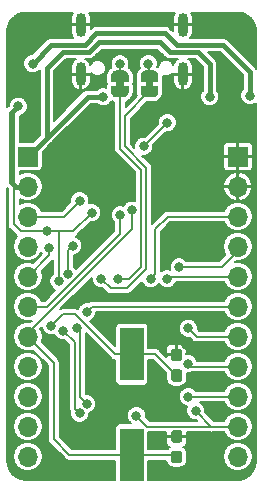
<source format=gbr>
G04 #@! TF.GenerationSoftware,KiCad,Pcbnew,(5.0.0)*
G04 #@! TF.CreationDate,2020-08-04T11:38:10+01:00*
G04 #@! TF.ProjectId,CH552-USB-Devboard,43483535322D5553422D446576626F61,rev?*
G04 #@! TF.SameCoordinates,Original*
G04 #@! TF.FileFunction,Copper,L2,Bot,Signal*
G04 #@! TF.FilePolarity,Positive*
%FSLAX46Y46*%
G04 Gerber Fmt 4.6, Leading zero omitted, Abs format (unit mm)*
G04 Created by KiCad (PCBNEW (5.0.0)) date 08/04/20 11:38:10*
%MOMM*%
%LPD*%
G01*
G04 APERTURE LIST*
G04 #@! TA.AperFunction,ComponentPad*
%ADD10O,1.700000X1.700000*%
G04 #@! TD*
G04 #@! TA.AperFunction,ComponentPad*
%ADD11R,1.700000X1.700000*%
G04 #@! TD*
G04 #@! TA.AperFunction,SMDPad,CuDef*
%ADD12C,0.500000*%
G04 #@! TD*
G04 #@! TA.AperFunction,Conductor*
%ADD13C,0.100000*%
G04 #@! TD*
G04 #@! TA.AperFunction,ComponentPad*
%ADD14O,0.900000X2.000000*%
G04 #@! TD*
G04 #@! TA.AperFunction,SMDPad,CuDef*
%ADD15C,0.950000*%
G04 #@! TD*
G04 #@! TA.AperFunction,SMDPad,CuDef*
%ADD16R,2.000000X4.500000*%
G04 #@! TD*
G04 #@! TA.AperFunction,ViaPad*
%ADD17C,0.800000*%
G04 #@! TD*
G04 #@! TA.AperFunction,Conductor*
%ADD18C,0.200000*%
G04 #@! TD*
G04 #@! TA.AperFunction,Conductor*
%ADD19C,0.400000*%
G04 #@! TD*
G04 APERTURE END LIST*
D10*
G04 #@! TO.P,J1,11*
G04 #@! TO.N,/P1.7*
X76200000Y-99060000D03*
G04 #@! TO.P,J1,10*
G04 #@! TO.N,/P1.6*
X76200000Y-96520000D03*
G04 #@! TO.P,J1,9*
G04 #@! TO.N,/P1.5*
X76200000Y-93980000D03*
G04 #@! TO.P,J1,8*
G04 #@! TO.N,/P1.4*
X76200000Y-91440000D03*
G04 #@! TO.P,J1,7*
G04 #@! TO.N,/P1.3*
X76200000Y-88900000D03*
G04 #@! TO.P,J1,6*
G04 #@! TO.N,/P1.2*
X76200000Y-86360000D03*
G04 #@! TO.P,J1,5*
G04 #@! TO.N,/P1.1*
X76200000Y-83820000D03*
G04 #@! TO.P,J1,4*
G04 #@! TO.N,/P1.0*
X76200000Y-81280000D03*
G04 #@! TO.P,J1,3*
G04 #@! TO.N,+3V3*
X76200000Y-78740000D03*
G04 #@! TO.P,J1,2*
G04 #@! TO.N,VCC*
X76200000Y-76200000D03*
D11*
G04 #@! TO.P,J1,1*
G04 #@! TO.N,VBUS*
X76200000Y-73660000D03*
G04 #@! TD*
G04 #@! TO.P,J2,1*
G04 #@! TO.N,GND*
X93980000Y-73660000D03*
D10*
G04 #@! TO.P,J2,2*
X93980000Y-76200000D03*
G04 #@! TO.P,J2,3*
G04 #@! TO.N,/RESET*
X93980000Y-78740000D03*
G04 #@! TO.P,J2,4*
G04 #@! TO.N,/P3.0*
X93980000Y-81280000D03*
G04 #@! TO.P,J2,5*
G04 #@! TO.N,/P3.1*
X93980000Y-83820000D03*
G04 #@! TO.P,J2,6*
G04 #@! TO.N,/P3.2*
X93980000Y-86360000D03*
G04 #@! TO.P,J2,7*
G04 #@! TO.N,/P3.3*
X93980000Y-88900000D03*
G04 #@! TO.P,J2,8*
G04 #@! TO.N,/P3.4*
X93980000Y-91440000D03*
G04 #@! TO.P,J2,9*
G04 #@! TO.N,/P3.5*
X93980000Y-93980000D03*
G04 #@! TO.P,J2,10*
G04 #@! TO.N,/P3.6*
X93980000Y-96520000D03*
G04 #@! TO.P,J2,11*
G04 #@! TO.N,/P3.7*
X93980000Y-99060000D03*
G04 #@! TD*
D12*
G04 #@! TO.P,JP1,2*
G04 #@! TO.N,/P1.4*
X86500000Y-68150000D03*
D13*
G04 #@! TD*
G04 #@! TO.N,/P1.4*
G04 #@! TO.C,JP1*
G36*
X87249398Y-68150000D02*
X87249398Y-68174534D01*
X87244588Y-68223365D01*
X87235016Y-68271490D01*
X87220772Y-68318445D01*
X87201995Y-68363778D01*
X87178864Y-68407051D01*
X87151604Y-68447850D01*
X87120476Y-68485779D01*
X87085779Y-68520476D01*
X87047850Y-68551604D01*
X87007051Y-68578864D01*
X86963778Y-68601995D01*
X86918445Y-68620772D01*
X86871490Y-68635016D01*
X86823365Y-68644588D01*
X86774534Y-68649398D01*
X86750000Y-68649398D01*
X86750000Y-68650000D01*
X86250000Y-68650000D01*
X86250000Y-68649398D01*
X86225466Y-68649398D01*
X86176635Y-68644588D01*
X86128510Y-68635016D01*
X86081555Y-68620772D01*
X86036222Y-68601995D01*
X85992949Y-68578864D01*
X85952150Y-68551604D01*
X85914221Y-68520476D01*
X85879524Y-68485779D01*
X85848396Y-68447850D01*
X85821136Y-68407051D01*
X85798005Y-68363778D01*
X85779228Y-68318445D01*
X85764984Y-68271490D01*
X85755412Y-68223365D01*
X85750602Y-68174534D01*
X85750602Y-68150000D01*
X85750000Y-68150000D01*
X85750000Y-67650000D01*
X87250000Y-67650000D01*
X87250000Y-68150000D01*
X87249398Y-68150000D01*
X87249398Y-68150000D01*
G37*
D12*
G04 #@! TO.P,JP1,1*
G04 #@! TO.N,/CC1*
X86500000Y-66850000D03*
D13*
G04 #@! TD*
G04 #@! TO.N,/CC1*
G04 #@! TO.C,JP1*
G36*
X86800000Y-67350000D02*
X86800000Y-67750000D01*
X86200000Y-67750000D01*
X86200000Y-67350000D01*
X85750000Y-67350000D01*
X85750000Y-66850000D01*
X85750602Y-66850000D01*
X85750602Y-66825466D01*
X85755412Y-66776635D01*
X85764984Y-66728510D01*
X85779228Y-66681555D01*
X85798005Y-66636222D01*
X85821136Y-66592949D01*
X85848396Y-66552150D01*
X85879524Y-66514221D01*
X85914221Y-66479524D01*
X85952150Y-66448396D01*
X85992949Y-66421136D01*
X86036222Y-66398005D01*
X86081555Y-66379228D01*
X86128510Y-66364984D01*
X86176635Y-66355412D01*
X86225466Y-66350602D01*
X86250000Y-66350602D01*
X86250000Y-66350000D01*
X86750000Y-66350000D01*
X86750000Y-66350602D01*
X86774534Y-66350602D01*
X86823365Y-66355412D01*
X86871490Y-66364984D01*
X86918445Y-66379228D01*
X86963778Y-66398005D01*
X87007051Y-66421136D01*
X87047850Y-66448396D01*
X87085779Y-66479524D01*
X87120476Y-66514221D01*
X87151604Y-66552150D01*
X87178864Y-66592949D01*
X87201995Y-66636222D01*
X87220772Y-66681555D01*
X87235016Y-66728510D01*
X87244588Y-66776635D01*
X87249398Y-66825466D01*
X87249398Y-66850000D01*
X87250000Y-66850000D01*
X87250000Y-67350000D01*
X86800000Y-67350000D01*
X86800000Y-67350000D01*
G37*
D12*
G04 #@! TO.P,JP2,1*
G04 #@! TO.N,/CC2*
X84000000Y-66850000D03*
D13*
G04 #@! TD*
G04 #@! TO.N,/CC2*
G04 #@! TO.C,JP2*
G36*
X84300000Y-67350000D02*
X84300000Y-67750000D01*
X83700000Y-67750000D01*
X83700000Y-67350000D01*
X83250000Y-67350000D01*
X83250000Y-66850000D01*
X83250602Y-66850000D01*
X83250602Y-66825466D01*
X83255412Y-66776635D01*
X83264984Y-66728510D01*
X83279228Y-66681555D01*
X83298005Y-66636222D01*
X83321136Y-66592949D01*
X83348396Y-66552150D01*
X83379524Y-66514221D01*
X83414221Y-66479524D01*
X83452150Y-66448396D01*
X83492949Y-66421136D01*
X83536222Y-66398005D01*
X83581555Y-66379228D01*
X83628510Y-66364984D01*
X83676635Y-66355412D01*
X83725466Y-66350602D01*
X83750000Y-66350602D01*
X83750000Y-66350000D01*
X84250000Y-66350000D01*
X84250000Y-66350602D01*
X84274534Y-66350602D01*
X84323365Y-66355412D01*
X84371490Y-66364984D01*
X84418445Y-66379228D01*
X84463778Y-66398005D01*
X84507051Y-66421136D01*
X84547850Y-66448396D01*
X84585779Y-66479524D01*
X84620476Y-66514221D01*
X84651604Y-66552150D01*
X84678864Y-66592949D01*
X84701995Y-66636222D01*
X84720772Y-66681555D01*
X84735016Y-66728510D01*
X84744588Y-66776635D01*
X84749398Y-66825466D01*
X84749398Y-66850000D01*
X84750000Y-66850000D01*
X84750000Y-67350000D01*
X84300000Y-67350000D01*
X84300000Y-67350000D01*
G37*
D12*
G04 #@! TO.P,JP2,2*
G04 #@! TO.N,/P1.5*
X84000000Y-68150000D03*
D13*
G04 #@! TD*
G04 #@! TO.N,/P1.5*
G04 #@! TO.C,JP2*
G36*
X84749398Y-68150000D02*
X84749398Y-68174534D01*
X84744588Y-68223365D01*
X84735016Y-68271490D01*
X84720772Y-68318445D01*
X84701995Y-68363778D01*
X84678864Y-68407051D01*
X84651604Y-68447850D01*
X84620476Y-68485779D01*
X84585779Y-68520476D01*
X84547850Y-68551604D01*
X84507051Y-68578864D01*
X84463778Y-68601995D01*
X84418445Y-68620772D01*
X84371490Y-68635016D01*
X84323365Y-68644588D01*
X84274534Y-68649398D01*
X84250000Y-68649398D01*
X84250000Y-68650000D01*
X83750000Y-68650000D01*
X83750000Y-68649398D01*
X83725466Y-68649398D01*
X83676635Y-68644588D01*
X83628510Y-68635016D01*
X83581555Y-68620772D01*
X83536222Y-68601995D01*
X83492949Y-68578864D01*
X83452150Y-68551604D01*
X83414221Y-68520476D01*
X83379524Y-68485779D01*
X83348396Y-68447850D01*
X83321136Y-68407051D01*
X83298005Y-68363778D01*
X83279228Y-68318445D01*
X83264984Y-68271490D01*
X83255412Y-68223365D01*
X83250602Y-68174534D01*
X83250602Y-68150000D01*
X83250000Y-68150000D01*
X83250000Y-67650000D01*
X84750000Y-67650000D01*
X84750000Y-68150000D01*
X84749398Y-68150000D01*
X84749398Y-68150000D01*
G37*
D14*
G04 #@! TO.P,J3,1*
G04 #@! TO.N,GND*
X80675000Y-66680000D03*
X89325000Y-66680000D03*
G04 #@! TO.P,J3,S1*
X89325000Y-62500000D03*
X80675000Y-62500000D03*
G04 #@! TD*
D13*
G04 #@! TO.N,GND*
G04 #@! TO.C,C5*
G36*
X89060779Y-89926144D02*
X89083834Y-89929563D01*
X89106443Y-89935227D01*
X89128387Y-89943079D01*
X89149457Y-89953044D01*
X89169448Y-89965026D01*
X89188168Y-89978910D01*
X89205438Y-89994562D01*
X89221090Y-90011832D01*
X89234974Y-90030552D01*
X89246956Y-90050543D01*
X89256921Y-90071613D01*
X89264773Y-90093557D01*
X89270437Y-90116166D01*
X89273856Y-90139221D01*
X89275000Y-90162500D01*
X89275000Y-90737500D01*
X89273856Y-90760779D01*
X89270437Y-90783834D01*
X89264773Y-90806443D01*
X89256921Y-90828387D01*
X89246956Y-90849457D01*
X89234974Y-90869448D01*
X89221090Y-90888168D01*
X89205438Y-90905438D01*
X89188168Y-90921090D01*
X89169448Y-90934974D01*
X89149457Y-90946956D01*
X89128387Y-90956921D01*
X89106443Y-90964773D01*
X89083834Y-90970437D01*
X89060779Y-90973856D01*
X89037500Y-90975000D01*
X88562500Y-90975000D01*
X88539221Y-90973856D01*
X88516166Y-90970437D01*
X88493557Y-90964773D01*
X88471613Y-90956921D01*
X88450543Y-90946956D01*
X88430552Y-90934974D01*
X88411832Y-90921090D01*
X88394562Y-90905438D01*
X88378910Y-90888168D01*
X88365026Y-90869448D01*
X88353044Y-90849457D01*
X88343079Y-90828387D01*
X88335227Y-90806443D01*
X88329563Y-90783834D01*
X88326144Y-90760779D01*
X88325000Y-90737500D01*
X88325000Y-90162500D01*
X88326144Y-90139221D01*
X88329563Y-90116166D01*
X88335227Y-90093557D01*
X88343079Y-90071613D01*
X88353044Y-90050543D01*
X88365026Y-90030552D01*
X88378910Y-90011832D01*
X88394562Y-89994562D01*
X88411832Y-89978910D01*
X88430552Y-89965026D01*
X88450543Y-89953044D01*
X88471613Y-89943079D01*
X88493557Y-89935227D01*
X88516166Y-89929563D01*
X88539221Y-89926144D01*
X88562500Y-89925000D01*
X89037500Y-89925000D01*
X89060779Y-89926144D01*
X89060779Y-89926144D01*
G37*
D15*
G04 #@! TD*
G04 #@! TO.P,C5,2*
G04 #@! TO.N,GND*
X88800000Y-90450000D03*
D13*
G04 #@! TO.N,/P1.2*
G04 #@! TO.C,C5*
G36*
X89060779Y-91676144D02*
X89083834Y-91679563D01*
X89106443Y-91685227D01*
X89128387Y-91693079D01*
X89149457Y-91703044D01*
X89169448Y-91715026D01*
X89188168Y-91728910D01*
X89205438Y-91744562D01*
X89221090Y-91761832D01*
X89234974Y-91780552D01*
X89246956Y-91800543D01*
X89256921Y-91821613D01*
X89264773Y-91843557D01*
X89270437Y-91866166D01*
X89273856Y-91889221D01*
X89275000Y-91912500D01*
X89275000Y-92487500D01*
X89273856Y-92510779D01*
X89270437Y-92533834D01*
X89264773Y-92556443D01*
X89256921Y-92578387D01*
X89246956Y-92599457D01*
X89234974Y-92619448D01*
X89221090Y-92638168D01*
X89205438Y-92655438D01*
X89188168Y-92671090D01*
X89169448Y-92684974D01*
X89149457Y-92696956D01*
X89128387Y-92706921D01*
X89106443Y-92714773D01*
X89083834Y-92720437D01*
X89060779Y-92723856D01*
X89037500Y-92725000D01*
X88562500Y-92725000D01*
X88539221Y-92723856D01*
X88516166Y-92720437D01*
X88493557Y-92714773D01*
X88471613Y-92706921D01*
X88450543Y-92696956D01*
X88430552Y-92684974D01*
X88411832Y-92671090D01*
X88394562Y-92655438D01*
X88378910Y-92638168D01*
X88365026Y-92619448D01*
X88353044Y-92599457D01*
X88343079Y-92578387D01*
X88335227Y-92556443D01*
X88329563Y-92533834D01*
X88326144Y-92510779D01*
X88325000Y-92487500D01*
X88325000Y-91912500D01*
X88326144Y-91889221D01*
X88329563Y-91866166D01*
X88335227Y-91843557D01*
X88343079Y-91821613D01*
X88353044Y-91800543D01*
X88365026Y-91780552D01*
X88378910Y-91761832D01*
X88394562Y-91744562D01*
X88411832Y-91728910D01*
X88430552Y-91715026D01*
X88450543Y-91703044D01*
X88471613Y-91693079D01*
X88493557Y-91685227D01*
X88516166Y-91679563D01*
X88539221Y-91676144D01*
X88562500Y-91675000D01*
X89037500Y-91675000D01*
X89060779Y-91676144D01*
X89060779Y-91676144D01*
G37*
D15*
G04 #@! TD*
G04 #@! TO.P,C5,1*
G04 #@! TO.N,/P1.2*
X88800000Y-92200000D03*
D13*
G04 #@! TO.N,/P1.3*
G04 #@! TO.C,C6*
G36*
X89060779Y-98576144D02*
X89083834Y-98579563D01*
X89106443Y-98585227D01*
X89128387Y-98593079D01*
X89149457Y-98603044D01*
X89169448Y-98615026D01*
X89188168Y-98628910D01*
X89205438Y-98644562D01*
X89221090Y-98661832D01*
X89234974Y-98680552D01*
X89246956Y-98700543D01*
X89256921Y-98721613D01*
X89264773Y-98743557D01*
X89270437Y-98766166D01*
X89273856Y-98789221D01*
X89275000Y-98812500D01*
X89275000Y-99387500D01*
X89273856Y-99410779D01*
X89270437Y-99433834D01*
X89264773Y-99456443D01*
X89256921Y-99478387D01*
X89246956Y-99499457D01*
X89234974Y-99519448D01*
X89221090Y-99538168D01*
X89205438Y-99555438D01*
X89188168Y-99571090D01*
X89169448Y-99584974D01*
X89149457Y-99596956D01*
X89128387Y-99606921D01*
X89106443Y-99614773D01*
X89083834Y-99620437D01*
X89060779Y-99623856D01*
X89037500Y-99625000D01*
X88562500Y-99625000D01*
X88539221Y-99623856D01*
X88516166Y-99620437D01*
X88493557Y-99614773D01*
X88471613Y-99606921D01*
X88450543Y-99596956D01*
X88430552Y-99584974D01*
X88411832Y-99571090D01*
X88394562Y-99555438D01*
X88378910Y-99538168D01*
X88365026Y-99519448D01*
X88353044Y-99499457D01*
X88343079Y-99478387D01*
X88335227Y-99456443D01*
X88329563Y-99433834D01*
X88326144Y-99410779D01*
X88325000Y-99387500D01*
X88325000Y-98812500D01*
X88326144Y-98789221D01*
X88329563Y-98766166D01*
X88335227Y-98743557D01*
X88343079Y-98721613D01*
X88353044Y-98700543D01*
X88365026Y-98680552D01*
X88378910Y-98661832D01*
X88394562Y-98644562D01*
X88411832Y-98628910D01*
X88430552Y-98615026D01*
X88450543Y-98603044D01*
X88471613Y-98593079D01*
X88493557Y-98585227D01*
X88516166Y-98579563D01*
X88539221Y-98576144D01*
X88562500Y-98575000D01*
X89037500Y-98575000D01*
X89060779Y-98576144D01*
X89060779Y-98576144D01*
G37*
D15*
G04 #@! TD*
G04 #@! TO.P,C6,1*
G04 #@! TO.N,/P1.3*
X88800000Y-99100000D03*
D13*
G04 #@! TO.N,GND*
G04 #@! TO.C,C6*
G36*
X89060779Y-96826144D02*
X89083834Y-96829563D01*
X89106443Y-96835227D01*
X89128387Y-96843079D01*
X89149457Y-96853044D01*
X89169448Y-96865026D01*
X89188168Y-96878910D01*
X89205438Y-96894562D01*
X89221090Y-96911832D01*
X89234974Y-96930552D01*
X89246956Y-96950543D01*
X89256921Y-96971613D01*
X89264773Y-96993557D01*
X89270437Y-97016166D01*
X89273856Y-97039221D01*
X89275000Y-97062500D01*
X89275000Y-97637500D01*
X89273856Y-97660779D01*
X89270437Y-97683834D01*
X89264773Y-97706443D01*
X89256921Y-97728387D01*
X89246956Y-97749457D01*
X89234974Y-97769448D01*
X89221090Y-97788168D01*
X89205438Y-97805438D01*
X89188168Y-97821090D01*
X89169448Y-97834974D01*
X89149457Y-97846956D01*
X89128387Y-97856921D01*
X89106443Y-97864773D01*
X89083834Y-97870437D01*
X89060779Y-97873856D01*
X89037500Y-97875000D01*
X88562500Y-97875000D01*
X88539221Y-97873856D01*
X88516166Y-97870437D01*
X88493557Y-97864773D01*
X88471613Y-97856921D01*
X88450543Y-97846956D01*
X88430552Y-97834974D01*
X88411832Y-97821090D01*
X88394562Y-97805438D01*
X88378910Y-97788168D01*
X88365026Y-97769448D01*
X88353044Y-97749457D01*
X88343079Y-97728387D01*
X88335227Y-97706443D01*
X88329563Y-97683834D01*
X88326144Y-97660779D01*
X88325000Y-97637500D01*
X88325000Y-97062500D01*
X88326144Y-97039221D01*
X88329563Y-97016166D01*
X88335227Y-96993557D01*
X88343079Y-96971613D01*
X88353044Y-96950543D01*
X88365026Y-96930552D01*
X88378910Y-96911832D01*
X88394562Y-96894562D01*
X88411832Y-96878910D01*
X88430552Y-96865026D01*
X88450543Y-96853044D01*
X88471613Y-96843079D01*
X88493557Y-96835227D01*
X88516166Y-96829563D01*
X88539221Y-96826144D01*
X88562500Y-96825000D01*
X89037500Y-96825000D01*
X89060779Y-96826144D01*
X89060779Y-96826144D01*
G37*
D15*
G04 #@! TD*
G04 #@! TO.P,C6,2*
G04 #@! TO.N,GND*
X88800000Y-97350000D03*
D16*
G04 #@! TO.P,Y1,1*
G04 #@! TO.N,/P1.2*
X85000000Y-90400000D03*
G04 #@! TO.P,Y1,2*
G04 #@! TO.N,/P1.3*
X85000000Y-98900000D03*
G04 #@! TD*
D17*
G04 #@! TO.N,VCC*
X95000000Y-68500000D03*
X76600000Y-65800000D03*
X77800000Y-80000000D03*
X75400000Y-69400000D03*
X78800000Y-84200000D03*
X80600000Y-95400000D03*
X79200000Y-88400000D03*
X81600000Y-78400000D03*
G04 #@! TO.N,/RESET*
X86600000Y-84000000D03*
G04 #@! TO.N,/P3.0*
X89000000Y-83000000D03*
G04 #@! TO.N,/P3.1*
X88000000Y-84000000D03*
G04 #@! TO.N,GND*
X89000000Y-72000000D03*
X84000000Y-74800000D03*
X80400000Y-73400000D03*
X80400000Y-75800000D03*
X85400000Y-70600000D03*
X79000000Y-67600000D03*
X84200000Y-93400000D03*
X89600000Y-89600000D03*
X87200000Y-98000000D03*
X92600000Y-100200000D03*
X77800000Y-100400000D03*
X79400000Y-96200000D03*
X83000000Y-97800000D03*
X92800000Y-90200000D03*
X92800000Y-92800000D03*
X92800000Y-87600000D03*
G04 #@! TO.N,/P3.6*
X90400000Y-95200000D03*
X85400000Y-95600000D03*
G04 #@! TO.N,/P1.5*
X83800000Y-84000000D03*
G04 #@! TO.N,+3V3*
X80000000Y-81200000D03*
X79600000Y-83600000D03*
X81200000Y-94600000D03*
X80400000Y-88200000D03*
X80600000Y-77400000D03*
G04 #@! TO.N,/P1.2*
X78200000Y-88000000D03*
X84000000Y-78600000D03*
G04 #@! TO.N,/P1.3*
X85000000Y-78200000D03*
G04 #@! TO.N,/P3.7*
X88000000Y-70800000D03*
X86000000Y-72800000D03*
G04 #@! TO.N,/P3.5*
X89800000Y-94000000D03*
G04 #@! TO.N,/P3.4*
X89800000Y-91200000D03*
G04 #@! TO.N,/P3.3*
X89800000Y-88200000D03*
G04 #@! TO.N,/P1.1*
X78000000Y-81400000D03*
G04 #@! TO.N,/P1.4*
X82400000Y-84000000D03*
G04 #@! TO.N,/P3.2*
X81200000Y-86800000D03*
G04 #@! TO.N,/CC1*
X86400000Y-65800000D03*
G04 #@! TO.N,/CC2*
X84000000Y-65800000D03*
G04 #@! TO.N,VBUS*
X82600000Y-68600000D03*
X91600000Y-68600000D03*
G04 #@! TD*
D18*
G04 #@! TO.N,VCC*
X76200000Y-76200000D02*
X76000000Y-76200000D01*
X75000000Y-77200000D02*
X75000000Y-79400000D01*
X75600000Y-80000000D02*
X77800000Y-80000000D01*
X75000000Y-79400000D02*
X75600000Y-80000000D01*
X75000000Y-77200000D02*
X75000000Y-69800000D01*
X75000000Y-69800000D02*
X75400000Y-69400000D01*
X77800000Y-80000000D02*
X78800000Y-80000000D01*
X78800000Y-84200000D02*
X78800000Y-80000000D01*
X80200000Y-95000000D02*
X80600000Y-95400000D01*
X80200000Y-89400000D02*
X80200000Y-95000000D01*
X79200000Y-88400000D02*
X80200000Y-89400000D01*
X81600000Y-78400000D02*
X80000000Y-80000000D01*
X80000000Y-80000000D02*
X78800000Y-80000000D01*
X76500000Y-65900000D02*
X76500000Y-66000000D01*
X78200000Y-64200000D02*
X76500000Y-65900000D01*
D19*
X76600000Y-65800000D02*
X78200000Y-64200000D01*
D18*
X95000000Y-66500000D02*
X94900000Y-66400000D01*
D19*
X95000000Y-66500000D02*
X95000000Y-68500000D01*
X92700000Y-64200000D02*
X94900000Y-66400000D01*
X88800000Y-64200000D02*
X92700000Y-64200000D01*
X87800000Y-63200000D02*
X88800000Y-64200000D01*
X82000000Y-63200000D02*
X87800000Y-63200000D01*
X78200000Y-64200000D02*
X81000000Y-64200000D01*
X81000000Y-64200000D02*
X82000000Y-63200000D01*
X75200000Y-76200000D02*
X76200000Y-76200000D01*
X74800000Y-75800000D02*
X75200000Y-76200000D01*
X75400000Y-69400000D02*
X74800000Y-70000000D01*
X74800000Y-70000000D02*
X74800000Y-75800000D01*
D18*
G04 #@! TO.N,/RESET*
X86600000Y-84000000D02*
X87000000Y-83600000D01*
X87000000Y-83600000D02*
X87000000Y-79800000D01*
X88060000Y-78740000D02*
X93980000Y-78740000D01*
X87000000Y-79800000D02*
X88060000Y-78740000D01*
G04 #@! TO.N,/P3.0*
X89000000Y-83000000D02*
X92600000Y-83000000D01*
X93980000Y-81620000D02*
X93980000Y-81280000D01*
X92600000Y-83000000D02*
X93980000Y-81620000D01*
G04 #@! TO.N,/P3.1*
X88180000Y-83820000D02*
X88000000Y-84000000D01*
X93980000Y-83820000D02*
X88180000Y-83820000D01*
G04 #@! TO.N,/P3.6*
X90400000Y-95200000D02*
X91720000Y-96520000D01*
X92000000Y-96520000D02*
X93980000Y-96520000D01*
X91720000Y-96520000D02*
X92000000Y-96520000D01*
X86320000Y-96520000D02*
X92000000Y-96520000D01*
X85400000Y-95600000D02*
X86320000Y-96520000D01*
G04 #@! TO.N,/P1.5*
X84800000Y-84000000D02*
X83800000Y-84000000D01*
X85800000Y-83000000D02*
X84800000Y-84000000D01*
X85800000Y-74800000D02*
X85800000Y-83000000D01*
X84000000Y-68150000D02*
X84000000Y-73000000D01*
X84000000Y-73000000D02*
X85800000Y-74800000D01*
G04 #@! TO.N,+3V3*
X80000000Y-81200000D02*
X79600000Y-81600000D01*
X79600000Y-81600000D02*
X79600000Y-83600000D01*
X80600000Y-94000000D02*
X81200000Y-94600000D01*
X80400000Y-88200000D02*
X80600000Y-88400000D01*
X80600000Y-88400000D02*
X80600000Y-94000000D01*
X80600000Y-77400000D02*
X79260000Y-78740000D01*
X79260000Y-78740000D02*
X76200000Y-78740000D01*
G04 #@! TO.N,/P1.2*
X87000000Y-90400000D02*
X88800000Y-92200000D01*
X85000000Y-90400000D02*
X87000000Y-90400000D01*
X85000000Y-90400000D02*
X84200000Y-90400000D01*
X85000000Y-90400000D02*
X83600000Y-90400000D01*
X83600000Y-90400000D02*
X80200000Y-87000000D01*
X80200000Y-87000000D02*
X79200000Y-87000000D01*
X79200000Y-87000000D02*
X78200000Y-88000000D01*
X77840000Y-86360000D02*
X76200000Y-86360000D01*
X84000000Y-80200000D02*
X77840000Y-86360000D01*
X84000000Y-78600000D02*
X84000000Y-80200000D01*
G04 #@! TO.N,/P1.3*
X88600000Y-98900000D02*
X88800000Y-99100000D01*
X85000000Y-98900000D02*
X88600000Y-98900000D01*
X85000000Y-98900000D02*
X79700000Y-98900000D01*
X79700000Y-98900000D02*
X78400000Y-97600000D01*
X78400000Y-91100000D02*
X76200000Y-88900000D01*
X78400000Y-97600000D02*
X78400000Y-91100000D01*
X76200000Y-88600000D02*
X76200000Y-88900000D01*
X85000000Y-79800000D02*
X76200000Y-88600000D01*
X85000000Y-78200000D02*
X85000000Y-79800000D01*
G04 #@! TO.N,/P3.7*
X86000000Y-72800000D02*
X88000000Y-70800000D01*
G04 #@! TO.N,/P3.5*
X89820000Y-93980000D02*
X93980000Y-93980000D01*
X89800000Y-94000000D02*
X89820000Y-93980000D01*
G04 #@! TO.N,/P3.4*
X90040000Y-91440000D02*
X93980000Y-91440000D01*
X89800000Y-91200000D02*
X90040000Y-91440000D01*
G04 #@! TO.N,/P3.3*
X90500000Y-88900000D02*
X93980000Y-88900000D01*
X89800000Y-88200000D02*
X90500000Y-88900000D01*
G04 #@! TO.N,/P1.1*
X78000000Y-82020000D02*
X76200000Y-83820000D01*
X78000000Y-81400000D02*
X78000000Y-82020000D01*
G04 #@! TO.N,/P1.4*
X83200000Y-84800000D02*
X82400000Y-84000000D01*
X84400000Y-72800000D02*
X86200000Y-74600000D01*
X86200000Y-74600000D02*
X86200000Y-83200000D01*
X84400000Y-70250000D02*
X84400000Y-72800000D01*
X86500000Y-68150000D02*
X84400000Y-70250000D01*
X86200000Y-83200000D02*
X84600000Y-84800000D01*
X84600000Y-84800000D02*
X83200000Y-84800000D01*
G04 #@! TO.N,/P3.2*
X81640000Y-86360000D02*
X93980000Y-86360000D01*
X81200000Y-86800000D02*
X81640000Y-86360000D01*
G04 #@! TO.N,/CC1*
X86500000Y-67000000D02*
X86500000Y-65900000D01*
X86500000Y-65900000D02*
X86400000Y-65800000D01*
G04 #@! TO.N,/CC2*
X84000000Y-65800000D02*
X84000000Y-66850000D01*
D19*
G04 #@! TO.N,VBUS*
X82600000Y-68600000D02*
X81260000Y-68600000D01*
X77800000Y-72060000D02*
X76200000Y-73660000D01*
X81260000Y-68600000D02*
X77800000Y-72060000D01*
X91600000Y-65800000D02*
X91600000Y-68600000D01*
X90600000Y-64800000D02*
X91600000Y-65800000D01*
X77800000Y-66200000D02*
X79200000Y-64800000D01*
X79200000Y-64800000D02*
X81400000Y-64800000D01*
X77800000Y-72060000D02*
X77800000Y-66200000D01*
X81400000Y-64800000D02*
X82200000Y-64000000D01*
X88200000Y-64800000D02*
X90600000Y-64800000D01*
X82200000Y-64000000D02*
X87400000Y-64000000D01*
X87400000Y-64000000D02*
X88200000Y-64800000D01*
G04 #@! TD*
D18*
G04 #@! TO.N,GND*
G36*
X94400000Y-66748528D02*
X94400001Y-67968628D01*
X94321793Y-68046836D01*
X94200000Y-68340870D01*
X94200000Y-68659130D01*
X94321793Y-68953164D01*
X94546836Y-69178207D01*
X94840870Y-69300000D01*
X95159130Y-69300000D01*
X95453164Y-69178207D01*
X95525000Y-69106371D01*
X95525001Y-99466151D01*
X95459052Y-99926656D01*
X95280658Y-100319015D01*
X94999312Y-100645532D01*
X94637631Y-100879962D01*
X94208957Y-101008162D01*
X93982374Y-101025000D01*
X86407836Y-101025000D01*
X86407836Y-99400000D01*
X87919650Y-99400000D01*
X87966287Y-99634459D01*
X88106179Y-99843821D01*
X88315541Y-99983713D01*
X88562500Y-100032836D01*
X89037500Y-100032836D01*
X89284459Y-99983713D01*
X89493821Y-99843821D01*
X89633713Y-99634459D01*
X89682836Y-99387500D01*
X89682836Y-99060000D01*
X92705512Y-99060000D01*
X92802527Y-99547725D01*
X93078801Y-99961199D01*
X93492275Y-100237473D01*
X93856891Y-100310000D01*
X94103109Y-100310000D01*
X94467725Y-100237473D01*
X94881199Y-99961199D01*
X95157473Y-99547725D01*
X95254488Y-99060000D01*
X95157473Y-98572275D01*
X94881199Y-98158801D01*
X94467725Y-97882527D01*
X94103109Y-97810000D01*
X93856891Y-97810000D01*
X93492275Y-97882527D01*
X93078801Y-98158801D01*
X92802527Y-98572275D01*
X92705512Y-99060000D01*
X89682836Y-99060000D01*
X89682836Y-98812500D01*
X89633713Y-98565541D01*
X89493821Y-98356179D01*
X89365531Y-98270458D01*
X89501582Y-98214104D01*
X89614104Y-98101582D01*
X89675000Y-97954565D01*
X89675000Y-97500000D01*
X89575000Y-97400000D01*
X88850000Y-97400000D01*
X88850000Y-97420000D01*
X88750000Y-97420000D01*
X88750000Y-97400000D01*
X88025000Y-97400000D01*
X87925000Y-97500000D01*
X87925000Y-97954565D01*
X87985896Y-98101582D01*
X88098418Y-98214104D01*
X88234469Y-98270458D01*
X88106179Y-98356179D01*
X88076899Y-98400000D01*
X86407836Y-98400000D01*
X86407836Y-97020000D01*
X87925000Y-97020000D01*
X87925000Y-97200000D01*
X88025000Y-97300000D01*
X88750000Y-97300000D01*
X88750000Y-97280000D01*
X88850000Y-97280000D01*
X88850000Y-97300000D01*
X89575000Y-97300000D01*
X89675000Y-97200000D01*
X89675000Y-97020000D01*
X91670757Y-97020000D01*
X91720000Y-97029795D01*
X91769243Y-97020000D01*
X92810729Y-97020000D01*
X93078801Y-97421199D01*
X93492275Y-97697473D01*
X93856891Y-97770000D01*
X94103109Y-97770000D01*
X94467725Y-97697473D01*
X94881199Y-97421199D01*
X95157473Y-97007725D01*
X95254488Y-96520000D01*
X95157473Y-96032275D01*
X94881199Y-95618801D01*
X94467725Y-95342527D01*
X94103109Y-95270000D01*
X93856891Y-95270000D01*
X93492275Y-95342527D01*
X93078801Y-95618801D01*
X92810729Y-96020000D01*
X91927107Y-96020000D01*
X91200000Y-95292894D01*
X91200000Y-95040870D01*
X91078207Y-94746836D01*
X90853164Y-94521793D01*
X90752267Y-94480000D01*
X92810729Y-94480000D01*
X93078801Y-94881199D01*
X93492275Y-95157473D01*
X93856891Y-95230000D01*
X94103109Y-95230000D01*
X94467725Y-95157473D01*
X94881199Y-94881199D01*
X95157473Y-94467725D01*
X95254488Y-93980000D01*
X95157473Y-93492275D01*
X94881199Y-93078801D01*
X94467725Y-92802527D01*
X94103109Y-92730000D01*
X93856891Y-92730000D01*
X93492275Y-92802527D01*
X93078801Y-93078801D01*
X92810729Y-93480000D01*
X90411371Y-93480000D01*
X90253164Y-93321793D01*
X89959130Y-93200000D01*
X89640870Y-93200000D01*
X89346836Y-93321793D01*
X89121793Y-93546836D01*
X89000000Y-93840870D01*
X89000000Y-94159130D01*
X89121793Y-94453164D01*
X89346836Y-94678207D01*
X89640870Y-94800000D01*
X89699772Y-94800000D01*
X89600000Y-95040870D01*
X89600000Y-95359130D01*
X89721793Y-95653164D01*
X89946836Y-95878207D01*
X90240870Y-96000000D01*
X90492894Y-96000000D01*
X90512894Y-96020000D01*
X86527107Y-96020000D01*
X86200000Y-95692894D01*
X86200000Y-95440870D01*
X86078207Y-95146836D01*
X85853164Y-94921793D01*
X85559130Y-94800000D01*
X85240870Y-94800000D01*
X84946836Y-94921793D01*
X84721793Y-95146836D01*
X84600000Y-95440870D01*
X84600000Y-95759130D01*
X84721793Y-96053164D01*
X84910793Y-96242164D01*
X84000000Y-96242164D01*
X83843928Y-96273209D01*
X83711616Y-96361616D01*
X83623209Y-96493928D01*
X83592164Y-96650000D01*
X83592164Y-98400000D01*
X79907107Y-98400000D01*
X78900000Y-97392894D01*
X78900000Y-91149243D01*
X78909795Y-91100000D01*
X78870989Y-90904910D01*
X78793122Y-90788373D01*
X78760480Y-90739520D01*
X78718732Y-90711625D01*
X77380353Y-89373247D01*
X77474488Y-88900000D01*
X77377473Y-88412275D01*
X77264263Y-88242843D01*
X77400000Y-88107106D01*
X77400000Y-88159130D01*
X77521793Y-88453164D01*
X77746836Y-88678207D01*
X78040870Y-88800000D01*
X78359130Y-88800000D01*
X78479175Y-88750276D01*
X78521793Y-88853164D01*
X78746836Y-89078207D01*
X79040870Y-89200000D01*
X79292894Y-89200000D01*
X79700000Y-89607107D01*
X79700001Y-94950754D01*
X79690205Y-95000000D01*
X79721529Y-95157473D01*
X79729012Y-95195090D01*
X79800000Y-95301332D01*
X79800000Y-95559130D01*
X79921793Y-95853164D01*
X80146836Y-96078207D01*
X80440870Y-96200000D01*
X80759130Y-96200000D01*
X81053164Y-96078207D01*
X81278207Y-95853164D01*
X81400000Y-95559130D01*
X81400000Y-95383071D01*
X81653164Y-95278207D01*
X81878207Y-95053164D01*
X82000000Y-94759130D01*
X82000000Y-94440870D01*
X81878207Y-94146836D01*
X81653164Y-93921793D01*
X81359130Y-93800000D01*
X81107106Y-93800000D01*
X81100000Y-93792894D01*
X81100000Y-88607106D01*
X83211625Y-90718732D01*
X83239520Y-90760480D01*
X83404910Y-90870989D01*
X83550757Y-90900000D01*
X83550758Y-90900000D01*
X83592164Y-90908236D01*
X83592164Y-92650000D01*
X83623209Y-92806072D01*
X83711616Y-92938384D01*
X83843928Y-93026791D01*
X84000000Y-93057836D01*
X86000000Y-93057836D01*
X86156072Y-93026791D01*
X86288384Y-92938384D01*
X86376791Y-92806072D01*
X86407836Y-92650000D01*
X86407836Y-90900000D01*
X86792894Y-90900000D01*
X87917164Y-92024271D01*
X87917164Y-92487500D01*
X87966287Y-92734459D01*
X88106179Y-92943821D01*
X88315541Y-93083713D01*
X88562500Y-93132836D01*
X89037500Y-93132836D01*
X89284459Y-93083713D01*
X89493821Y-92943821D01*
X89633713Y-92734459D01*
X89682836Y-92487500D01*
X89682836Y-92000000D01*
X89959130Y-92000000D01*
X90103983Y-91940000D01*
X92810729Y-91940000D01*
X93078801Y-92341199D01*
X93492275Y-92617473D01*
X93856891Y-92690000D01*
X94103109Y-92690000D01*
X94467725Y-92617473D01*
X94881199Y-92341199D01*
X95157473Y-91927725D01*
X95254488Y-91440000D01*
X95157473Y-90952275D01*
X94881199Y-90538801D01*
X94467725Y-90262527D01*
X94103109Y-90190000D01*
X93856891Y-90190000D01*
X93492275Y-90262527D01*
X93078801Y-90538801D01*
X92810729Y-90940000D01*
X90558218Y-90940000D01*
X90478207Y-90746836D01*
X90253164Y-90521793D01*
X89959130Y-90400000D01*
X89675000Y-90400000D01*
X89675000Y-90399998D01*
X89575002Y-90399998D01*
X89675000Y-90300000D01*
X89675000Y-89845435D01*
X89614104Y-89698418D01*
X89501582Y-89585896D01*
X89354565Y-89525000D01*
X88950000Y-89525000D01*
X88850000Y-89625000D01*
X88850000Y-90400000D01*
X88870000Y-90400000D01*
X88870000Y-90500000D01*
X88850000Y-90500000D01*
X88850000Y-90520000D01*
X88750000Y-90520000D01*
X88750000Y-90500000D01*
X88025000Y-90500000D01*
X87925000Y-90600000D01*
X87925000Y-90617894D01*
X87388376Y-90081270D01*
X87360480Y-90039520D01*
X87195090Y-89929011D01*
X87049243Y-89900000D01*
X87049241Y-89900000D01*
X87000000Y-89890205D01*
X86950759Y-89900000D01*
X86407836Y-89900000D01*
X86407836Y-89845435D01*
X87925000Y-89845435D01*
X87925000Y-90300000D01*
X88025000Y-90400000D01*
X88750000Y-90400000D01*
X88750000Y-89625000D01*
X88650000Y-89525000D01*
X88245435Y-89525000D01*
X88098418Y-89585896D01*
X87985896Y-89698418D01*
X87925000Y-89845435D01*
X86407836Y-89845435D01*
X86407836Y-88150000D01*
X86386129Y-88040870D01*
X89000000Y-88040870D01*
X89000000Y-88359130D01*
X89121793Y-88653164D01*
X89346836Y-88878207D01*
X89640870Y-89000000D01*
X89892893Y-89000000D01*
X90111625Y-89218732D01*
X90139520Y-89260480D01*
X90304910Y-89370989D01*
X90450757Y-89400000D01*
X90450758Y-89400000D01*
X90499999Y-89409795D01*
X90549240Y-89400000D01*
X92810729Y-89400000D01*
X93078801Y-89801199D01*
X93492275Y-90077473D01*
X93856891Y-90150000D01*
X94103109Y-90150000D01*
X94467725Y-90077473D01*
X94881199Y-89801199D01*
X95157473Y-89387725D01*
X95254488Y-88900000D01*
X95157473Y-88412275D01*
X94881199Y-87998801D01*
X94467725Y-87722527D01*
X94103109Y-87650000D01*
X93856891Y-87650000D01*
X93492275Y-87722527D01*
X93078801Y-87998801D01*
X92810729Y-88400000D01*
X90707107Y-88400000D01*
X90600000Y-88292893D01*
X90600000Y-88040870D01*
X90478207Y-87746836D01*
X90253164Y-87521793D01*
X89959130Y-87400000D01*
X89640870Y-87400000D01*
X89346836Y-87521793D01*
X89121793Y-87746836D01*
X89000000Y-88040870D01*
X86386129Y-88040870D01*
X86376791Y-87993928D01*
X86288384Y-87861616D01*
X86156072Y-87773209D01*
X86000000Y-87742164D01*
X84000000Y-87742164D01*
X83843928Y-87773209D01*
X83711616Y-87861616D01*
X83623209Y-87993928D01*
X83592164Y-88150000D01*
X83592164Y-89685057D01*
X81463765Y-87556659D01*
X81653164Y-87478207D01*
X81878207Y-87253164D01*
X82000000Y-86959130D01*
X82000000Y-86860000D01*
X92810729Y-86860000D01*
X93078801Y-87261199D01*
X93492275Y-87537473D01*
X93856891Y-87610000D01*
X94103109Y-87610000D01*
X94467725Y-87537473D01*
X94881199Y-87261199D01*
X95157473Y-86847725D01*
X95254488Y-86360000D01*
X95157473Y-85872275D01*
X94881199Y-85458801D01*
X94467725Y-85182527D01*
X94103109Y-85110000D01*
X93856891Y-85110000D01*
X93492275Y-85182527D01*
X93078801Y-85458801D01*
X92810729Y-85860000D01*
X81689243Y-85860000D01*
X81640000Y-85850205D01*
X81444909Y-85889011D01*
X81375180Y-85935603D01*
X81279520Y-85999520D01*
X81279199Y-86000000D01*
X81040870Y-86000000D01*
X80746836Y-86121793D01*
X80521793Y-86346836D01*
X80435225Y-86555828D01*
X80395090Y-86529011D01*
X80249243Y-86500000D01*
X80249241Y-86500000D01*
X80200000Y-86490205D01*
X80150759Y-86500000D01*
X79249246Y-86500000D01*
X79200000Y-86490204D01*
X79004910Y-86529011D01*
X78924101Y-86583005D01*
X81600000Y-83907107D01*
X81600000Y-84159130D01*
X81721793Y-84453164D01*
X81946836Y-84678207D01*
X82240870Y-84800000D01*
X82492893Y-84800000D01*
X82811625Y-85118732D01*
X82839520Y-85160480D01*
X83004909Y-85270988D01*
X83004910Y-85270989D01*
X83200000Y-85309795D01*
X83249243Y-85300000D01*
X84550759Y-85300000D01*
X84600000Y-85309795D01*
X84649241Y-85300000D01*
X84649243Y-85300000D01*
X84795090Y-85270989D01*
X84960480Y-85160480D01*
X84988376Y-85118730D01*
X85843341Y-84263765D01*
X85921793Y-84453164D01*
X86146836Y-84678207D01*
X86440870Y-84800000D01*
X86759130Y-84800000D01*
X87053164Y-84678207D01*
X87278207Y-84453164D01*
X87300000Y-84400551D01*
X87321793Y-84453164D01*
X87546836Y-84678207D01*
X87840870Y-84800000D01*
X88159130Y-84800000D01*
X88453164Y-84678207D01*
X88678207Y-84453164D01*
X88733365Y-84320000D01*
X92810729Y-84320000D01*
X93078801Y-84721199D01*
X93492275Y-84997473D01*
X93856891Y-85070000D01*
X94103109Y-85070000D01*
X94467725Y-84997473D01*
X94881199Y-84721199D01*
X95157473Y-84307725D01*
X95254488Y-83820000D01*
X95157473Y-83332275D01*
X94881199Y-82918801D01*
X94467725Y-82642527D01*
X94103109Y-82570000D01*
X93856891Y-82570000D01*
X93707364Y-82599743D01*
X93790344Y-82516763D01*
X93856891Y-82530000D01*
X94103109Y-82530000D01*
X94467725Y-82457473D01*
X94881199Y-82181199D01*
X95157473Y-81767725D01*
X95254488Y-81280000D01*
X95157473Y-80792275D01*
X94881199Y-80378801D01*
X94467725Y-80102527D01*
X94103109Y-80030000D01*
X93856891Y-80030000D01*
X93492275Y-80102527D01*
X93078801Y-80378801D01*
X92802527Y-80792275D01*
X92705512Y-81280000D01*
X92802527Y-81767725D01*
X92931759Y-81961135D01*
X92392894Y-82500000D01*
X89631371Y-82500000D01*
X89453164Y-82321793D01*
X89159130Y-82200000D01*
X88840870Y-82200000D01*
X88546836Y-82321793D01*
X88321793Y-82546836D01*
X88200000Y-82840870D01*
X88200000Y-83159130D01*
X88228900Y-83228900D01*
X88159130Y-83200000D01*
X87840870Y-83200000D01*
X87546836Y-83321793D01*
X87500000Y-83368629D01*
X87500000Y-80007106D01*
X88267107Y-79240000D01*
X92810729Y-79240000D01*
X93078801Y-79641199D01*
X93492275Y-79917473D01*
X93856891Y-79990000D01*
X94103109Y-79990000D01*
X94467725Y-79917473D01*
X94881199Y-79641199D01*
X95157473Y-79227725D01*
X95254488Y-78740000D01*
X95157473Y-78252275D01*
X94881199Y-77838801D01*
X94467725Y-77562527D01*
X94103109Y-77490000D01*
X93856891Y-77490000D01*
X93492275Y-77562527D01*
X93078801Y-77838801D01*
X92810729Y-78240000D01*
X88109240Y-78240000D01*
X88059999Y-78230205D01*
X88010758Y-78240000D01*
X88010757Y-78240000D01*
X87864910Y-78269011D01*
X87699520Y-78379520D01*
X87671626Y-78421267D01*
X86700000Y-79392894D01*
X86700000Y-76444771D01*
X92754199Y-76444771D01*
X92940145Y-76893695D01*
X93284765Y-77238826D01*
X93735228Y-77425805D01*
X93930000Y-77349004D01*
X93930000Y-76250000D01*
X94030000Y-76250000D01*
X94030000Y-77349004D01*
X94224772Y-77425805D01*
X94675235Y-77238826D01*
X95019855Y-76893695D01*
X95205801Y-76444771D01*
X95128913Y-76250000D01*
X94030000Y-76250000D01*
X93930000Y-76250000D01*
X92831087Y-76250000D01*
X92754199Y-76444771D01*
X86700000Y-76444771D01*
X86700000Y-75955229D01*
X92754199Y-75955229D01*
X92831087Y-76150000D01*
X93930000Y-76150000D01*
X93930000Y-75050996D01*
X94030000Y-75050996D01*
X94030000Y-76150000D01*
X95128913Y-76150000D01*
X95205801Y-75955229D01*
X95019855Y-75506305D01*
X94675235Y-75161174D01*
X94224772Y-74974195D01*
X94030000Y-75050996D01*
X93930000Y-75050996D01*
X93735228Y-74974195D01*
X93284765Y-75161174D01*
X92940145Y-75506305D01*
X92754199Y-75955229D01*
X86700000Y-75955229D01*
X86700000Y-74649240D01*
X86709795Y-74599999D01*
X86677873Y-74439520D01*
X86670989Y-74404910D01*
X86560480Y-74239520D01*
X86518733Y-74211626D01*
X86117107Y-73810000D01*
X92730000Y-73810000D01*
X92730000Y-74589565D01*
X92790896Y-74736582D01*
X92903418Y-74849104D01*
X93050435Y-74910000D01*
X93830000Y-74910000D01*
X93930000Y-74810000D01*
X93930000Y-73710000D01*
X94030000Y-73710000D01*
X94030000Y-74810000D01*
X94130000Y-74910000D01*
X94909565Y-74910000D01*
X95056582Y-74849104D01*
X95169104Y-74736582D01*
X95230000Y-74589565D01*
X95230000Y-73810000D01*
X95130000Y-73710000D01*
X94030000Y-73710000D01*
X93930000Y-73710000D01*
X92830000Y-73710000D01*
X92730000Y-73810000D01*
X86117107Y-73810000D01*
X85907107Y-73600000D01*
X86159130Y-73600000D01*
X86453164Y-73478207D01*
X86678207Y-73253164D01*
X86800000Y-72959130D01*
X86800000Y-72730435D01*
X92730000Y-72730435D01*
X92730000Y-73510000D01*
X92830000Y-73610000D01*
X93930000Y-73610000D01*
X93930000Y-72510000D01*
X94030000Y-72510000D01*
X94030000Y-73610000D01*
X95130000Y-73610000D01*
X95230000Y-73510000D01*
X95230000Y-72730435D01*
X95169104Y-72583418D01*
X95056582Y-72470896D01*
X94909565Y-72410000D01*
X94130000Y-72410000D01*
X94030000Y-72510000D01*
X93930000Y-72510000D01*
X93830000Y-72410000D01*
X93050435Y-72410000D01*
X92903418Y-72470896D01*
X92790896Y-72583418D01*
X92730000Y-72730435D01*
X86800000Y-72730435D01*
X86800000Y-72707106D01*
X87907107Y-71600000D01*
X88159130Y-71600000D01*
X88453164Y-71478207D01*
X88678207Y-71253164D01*
X88800000Y-70959130D01*
X88800000Y-70640870D01*
X88678207Y-70346836D01*
X88453164Y-70121793D01*
X88159130Y-70000000D01*
X87840870Y-70000000D01*
X87546836Y-70121793D01*
X87321793Y-70346836D01*
X87200000Y-70640870D01*
X87200000Y-70892893D01*
X86092894Y-72000000D01*
X85840870Y-72000000D01*
X85546836Y-72121793D01*
X85321793Y-72346836D01*
X85200000Y-72640870D01*
X85200000Y-72892894D01*
X84900000Y-72592894D01*
X84900000Y-70457106D01*
X86299271Y-69057836D01*
X86750000Y-69057836D01*
X86762106Y-69055428D01*
X86799009Y-69055428D01*
X86878574Y-69047592D01*
X86974707Y-69028470D01*
X87051212Y-69005262D01*
X87141768Y-68967753D01*
X87212280Y-68930064D01*
X87293779Y-68875608D01*
X87355581Y-68824889D01*
X87424889Y-68755581D01*
X87475608Y-68693779D01*
X87530064Y-68612280D01*
X87567753Y-68541768D01*
X87605262Y-68451212D01*
X87628470Y-68374707D01*
X87647592Y-68278574D01*
X87655428Y-68199009D01*
X87655428Y-68162106D01*
X87657836Y-68150000D01*
X87657836Y-67650000D01*
X87627999Y-67500000D01*
X87657836Y-67350000D01*
X87657836Y-66850000D01*
X87655995Y-66840747D01*
X87750761Y-66880000D01*
X88029239Y-66880000D01*
X88286518Y-66773432D01*
X88329950Y-66730000D01*
X88475000Y-66730000D01*
X88475000Y-67280000D01*
X88558837Y-67601475D01*
X88759315Y-67866396D01*
X89045913Y-68034432D01*
X89142877Y-68060259D01*
X89275000Y-67978331D01*
X89275000Y-66730000D01*
X89375000Y-66730000D01*
X89375000Y-67978331D01*
X89507123Y-68060259D01*
X89604087Y-68034432D01*
X89890685Y-67866396D01*
X90091163Y-67601475D01*
X90175000Y-67280000D01*
X90175000Y-66730000D01*
X89375000Y-66730000D01*
X89275000Y-66730000D01*
X88475000Y-66730000D01*
X88329950Y-66730000D01*
X88475000Y-66584950D01*
X88475000Y-66630000D01*
X89275000Y-66630000D01*
X89275000Y-66610000D01*
X89375000Y-66610000D01*
X89375000Y-66630000D01*
X90175000Y-66630000D01*
X90175000Y-66080000D01*
X90091163Y-65758525D01*
X89890685Y-65493604D01*
X89731036Y-65400000D01*
X90351473Y-65400000D01*
X91000000Y-66048529D01*
X91000001Y-68068628D01*
X90921793Y-68146836D01*
X90800000Y-68440870D01*
X90800000Y-68759130D01*
X90921793Y-69053164D01*
X91146836Y-69278207D01*
X91440870Y-69400000D01*
X91759130Y-69400000D01*
X92053164Y-69278207D01*
X92278207Y-69053164D01*
X92400000Y-68759130D01*
X92400000Y-68440870D01*
X92278207Y-68146836D01*
X92200000Y-68068629D01*
X92200000Y-65859088D01*
X92211753Y-65800000D01*
X92200000Y-65740910D01*
X92200000Y-65740909D01*
X92165187Y-65565892D01*
X92147566Y-65539520D01*
X92066048Y-65417519D01*
X92066045Y-65417516D01*
X92032575Y-65367425D01*
X91982484Y-65333956D01*
X91448528Y-64800000D01*
X92451473Y-64800000D01*
X94400000Y-66748528D01*
X94400000Y-66748528D01*
G37*
X94400000Y-66748528D02*
X94400001Y-67968628D01*
X94321793Y-68046836D01*
X94200000Y-68340870D01*
X94200000Y-68659130D01*
X94321793Y-68953164D01*
X94546836Y-69178207D01*
X94840870Y-69300000D01*
X95159130Y-69300000D01*
X95453164Y-69178207D01*
X95525000Y-69106371D01*
X95525001Y-99466151D01*
X95459052Y-99926656D01*
X95280658Y-100319015D01*
X94999312Y-100645532D01*
X94637631Y-100879962D01*
X94208957Y-101008162D01*
X93982374Y-101025000D01*
X86407836Y-101025000D01*
X86407836Y-99400000D01*
X87919650Y-99400000D01*
X87966287Y-99634459D01*
X88106179Y-99843821D01*
X88315541Y-99983713D01*
X88562500Y-100032836D01*
X89037500Y-100032836D01*
X89284459Y-99983713D01*
X89493821Y-99843821D01*
X89633713Y-99634459D01*
X89682836Y-99387500D01*
X89682836Y-99060000D01*
X92705512Y-99060000D01*
X92802527Y-99547725D01*
X93078801Y-99961199D01*
X93492275Y-100237473D01*
X93856891Y-100310000D01*
X94103109Y-100310000D01*
X94467725Y-100237473D01*
X94881199Y-99961199D01*
X95157473Y-99547725D01*
X95254488Y-99060000D01*
X95157473Y-98572275D01*
X94881199Y-98158801D01*
X94467725Y-97882527D01*
X94103109Y-97810000D01*
X93856891Y-97810000D01*
X93492275Y-97882527D01*
X93078801Y-98158801D01*
X92802527Y-98572275D01*
X92705512Y-99060000D01*
X89682836Y-99060000D01*
X89682836Y-98812500D01*
X89633713Y-98565541D01*
X89493821Y-98356179D01*
X89365531Y-98270458D01*
X89501582Y-98214104D01*
X89614104Y-98101582D01*
X89675000Y-97954565D01*
X89675000Y-97500000D01*
X89575000Y-97400000D01*
X88850000Y-97400000D01*
X88850000Y-97420000D01*
X88750000Y-97420000D01*
X88750000Y-97400000D01*
X88025000Y-97400000D01*
X87925000Y-97500000D01*
X87925000Y-97954565D01*
X87985896Y-98101582D01*
X88098418Y-98214104D01*
X88234469Y-98270458D01*
X88106179Y-98356179D01*
X88076899Y-98400000D01*
X86407836Y-98400000D01*
X86407836Y-97020000D01*
X87925000Y-97020000D01*
X87925000Y-97200000D01*
X88025000Y-97300000D01*
X88750000Y-97300000D01*
X88750000Y-97280000D01*
X88850000Y-97280000D01*
X88850000Y-97300000D01*
X89575000Y-97300000D01*
X89675000Y-97200000D01*
X89675000Y-97020000D01*
X91670757Y-97020000D01*
X91720000Y-97029795D01*
X91769243Y-97020000D01*
X92810729Y-97020000D01*
X93078801Y-97421199D01*
X93492275Y-97697473D01*
X93856891Y-97770000D01*
X94103109Y-97770000D01*
X94467725Y-97697473D01*
X94881199Y-97421199D01*
X95157473Y-97007725D01*
X95254488Y-96520000D01*
X95157473Y-96032275D01*
X94881199Y-95618801D01*
X94467725Y-95342527D01*
X94103109Y-95270000D01*
X93856891Y-95270000D01*
X93492275Y-95342527D01*
X93078801Y-95618801D01*
X92810729Y-96020000D01*
X91927107Y-96020000D01*
X91200000Y-95292894D01*
X91200000Y-95040870D01*
X91078207Y-94746836D01*
X90853164Y-94521793D01*
X90752267Y-94480000D01*
X92810729Y-94480000D01*
X93078801Y-94881199D01*
X93492275Y-95157473D01*
X93856891Y-95230000D01*
X94103109Y-95230000D01*
X94467725Y-95157473D01*
X94881199Y-94881199D01*
X95157473Y-94467725D01*
X95254488Y-93980000D01*
X95157473Y-93492275D01*
X94881199Y-93078801D01*
X94467725Y-92802527D01*
X94103109Y-92730000D01*
X93856891Y-92730000D01*
X93492275Y-92802527D01*
X93078801Y-93078801D01*
X92810729Y-93480000D01*
X90411371Y-93480000D01*
X90253164Y-93321793D01*
X89959130Y-93200000D01*
X89640870Y-93200000D01*
X89346836Y-93321793D01*
X89121793Y-93546836D01*
X89000000Y-93840870D01*
X89000000Y-94159130D01*
X89121793Y-94453164D01*
X89346836Y-94678207D01*
X89640870Y-94800000D01*
X89699772Y-94800000D01*
X89600000Y-95040870D01*
X89600000Y-95359130D01*
X89721793Y-95653164D01*
X89946836Y-95878207D01*
X90240870Y-96000000D01*
X90492894Y-96000000D01*
X90512894Y-96020000D01*
X86527107Y-96020000D01*
X86200000Y-95692894D01*
X86200000Y-95440870D01*
X86078207Y-95146836D01*
X85853164Y-94921793D01*
X85559130Y-94800000D01*
X85240870Y-94800000D01*
X84946836Y-94921793D01*
X84721793Y-95146836D01*
X84600000Y-95440870D01*
X84600000Y-95759130D01*
X84721793Y-96053164D01*
X84910793Y-96242164D01*
X84000000Y-96242164D01*
X83843928Y-96273209D01*
X83711616Y-96361616D01*
X83623209Y-96493928D01*
X83592164Y-96650000D01*
X83592164Y-98400000D01*
X79907107Y-98400000D01*
X78900000Y-97392894D01*
X78900000Y-91149243D01*
X78909795Y-91100000D01*
X78870989Y-90904910D01*
X78793122Y-90788373D01*
X78760480Y-90739520D01*
X78718732Y-90711625D01*
X77380353Y-89373247D01*
X77474488Y-88900000D01*
X77377473Y-88412275D01*
X77264263Y-88242843D01*
X77400000Y-88107106D01*
X77400000Y-88159130D01*
X77521793Y-88453164D01*
X77746836Y-88678207D01*
X78040870Y-88800000D01*
X78359130Y-88800000D01*
X78479175Y-88750276D01*
X78521793Y-88853164D01*
X78746836Y-89078207D01*
X79040870Y-89200000D01*
X79292894Y-89200000D01*
X79700000Y-89607107D01*
X79700001Y-94950754D01*
X79690205Y-95000000D01*
X79721529Y-95157473D01*
X79729012Y-95195090D01*
X79800000Y-95301332D01*
X79800000Y-95559130D01*
X79921793Y-95853164D01*
X80146836Y-96078207D01*
X80440870Y-96200000D01*
X80759130Y-96200000D01*
X81053164Y-96078207D01*
X81278207Y-95853164D01*
X81400000Y-95559130D01*
X81400000Y-95383071D01*
X81653164Y-95278207D01*
X81878207Y-95053164D01*
X82000000Y-94759130D01*
X82000000Y-94440870D01*
X81878207Y-94146836D01*
X81653164Y-93921793D01*
X81359130Y-93800000D01*
X81107106Y-93800000D01*
X81100000Y-93792894D01*
X81100000Y-88607106D01*
X83211625Y-90718732D01*
X83239520Y-90760480D01*
X83404910Y-90870989D01*
X83550757Y-90900000D01*
X83550758Y-90900000D01*
X83592164Y-90908236D01*
X83592164Y-92650000D01*
X83623209Y-92806072D01*
X83711616Y-92938384D01*
X83843928Y-93026791D01*
X84000000Y-93057836D01*
X86000000Y-93057836D01*
X86156072Y-93026791D01*
X86288384Y-92938384D01*
X86376791Y-92806072D01*
X86407836Y-92650000D01*
X86407836Y-90900000D01*
X86792894Y-90900000D01*
X87917164Y-92024271D01*
X87917164Y-92487500D01*
X87966287Y-92734459D01*
X88106179Y-92943821D01*
X88315541Y-93083713D01*
X88562500Y-93132836D01*
X89037500Y-93132836D01*
X89284459Y-93083713D01*
X89493821Y-92943821D01*
X89633713Y-92734459D01*
X89682836Y-92487500D01*
X89682836Y-92000000D01*
X89959130Y-92000000D01*
X90103983Y-91940000D01*
X92810729Y-91940000D01*
X93078801Y-92341199D01*
X93492275Y-92617473D01*
X93856891Y-92690000D01*
X94103109Y-92690000D01*
X94467725Y-92617473D01*
X94881199Y-92341199D01*
X95157473Y-91927725D01*
X95254488Y-91440000D01*
X95157473Y-90952275D01*
X94881199Y-90538801D01*
X94467725Y-90262527D01*
X94103109Y-90190000D01*
X93856891Y-90190000D01*
X93492275Y-90262527D01*
X93078801Y-90538801D01*
X92810729Y-90940000D01*
X90558218Y-90940000D01*
X90478207Y-90746836D01*
X90253164Y-90521793D01*
X89959130Y-90400000D01*
X89675000Y-90400000D01*
X89675000Y-90399998D01*
X89575002Y-90399998D01*
X89675000Y-90300000D01*
X89675000Y-89845435D01*
X89614104Y-89698418D01*
X89501582Y-89585896D01*
X89354565Y-89525000D01*
X88950000Y-89525000D01*
X88850000Y-89625000D01*
X88850000Y-90400000D01*
X88870000Y-90400000D01*
X88870000Y-90500000D01*
X88850000Y-90500000D01*
X88850000Y-90520000D01*
X88750000Y-90520000D01*
X88750000Y-90500000D01*
X88025000Y-90500000D01*
X87925000Y-90600000D01*
X87925000Y-90617894D01*
X87388376Y-90081270D01*
X87360480Y-90039520D01*
X87195090Y-89929011D01*
X87049243Y-89900000D01*
X87049241Y-89900000D01*
X87000000Y-89890205D01*
X86950759Y-89900000D01*
X86407836Y-89900000D01*
X86407836Y-89845435D01*
X87925000Y-89845435D01*
X87925000Y-90300000D01*
X88025000Y-90400000D01*
X88750000Y-90400000D01*
X88750000Y-89625000D01*
X88650000Y-89525000D01*
X88245435Y-89525000D01*
X88098418Y-89585896D01*
X87985896Y-89698418D01*
X87925000Y-89845435D01*
X86407836Y-89845435D01*
X86407836Y-88150000D01*
X86386129Y-88040870D01*
X89000000Y-88040870D01*
X89000000Y-88359130D01*
X89121793Y-88653164D01*
X89346836Y-88878207D01*
X89640870Y-89000000D01*
X89892893Y-89000000D01*
X90111625Y-89218732D01*
X90139520Y-89260480D01*
X90304910Y-89370989D01*
X90450757Y-89400000D01*
X90450758Y-89400000D01*
X90499999Y-89409795D01*
X90549240Y-89400000D01*
X92810729Y-89400000D01*
X93078801Y-89801199D01*
X93492275Y-90077473D01*
X93856891Y-90150000D01*
X94103109Y-90150000D01*
X94467725Y-90077473D01*
X94881199Y-89801199D01*
X95157473Y-89387725D01*
X95254488Y-88900000D01*
X95157473Y-88412275D01*
X94881199Y-87998801D01*
X94467725Y-87722527D01*
X94103109Y-87650000D01*
X93856891Y-87650000D01*
X93492275Y-87722527D01*
X93078801Y-87998801D01*
X92810729Y-88400000D01*
X90707107Y-88400000D01*
X90600000Y-88292893D01*
X90600000Y-88040870D01*
X90478207Y-87746836D01*
X90253164Y-87521793D01*
X89959130Y-87400000D01*
X89640870Y-87400000D01*
X89346836Y-87521793D01*
X89121793Y-87746836D01*
X89000000Y-88040870D01*
X86386129Y-88040870D01*
X86376791Y-87993928D01*
X86288384Y-87861616D01*
X86156072Y-87773209D01*
X86000000Y-87742164D01*
X84000000Y-87742164D01*
X83843928Y-87773209D01*
X83711616Y-87861616D01*
X83623209Y-87993928D01*
X83592164Y-88150000D01*
X83592164Y-89685057D01*
X81463765Y-87556659D01*
X81653164Y-87478207D01*
X81878207Y-87253164D01*
X82000000Y-86959130D01*
X82000000Y-86860000D01*
X92810729Y-86860000D01*
X93078801Y-87261199D01*
X93492275Y-87537473D01*
X93856891Y-87610000D01*
X94103109Y-87610000D01*
X94467725Y-87537473D01*
X94881199Y-87261199D01*
X95157473Y-86847725D01*
X95254488Y-86360000D01*
X95157473Y-85872275D01*
X94881199Y-85458801D01*
X94467725Y-85182527D01*
X94103109Y-85110000D01*
X93856891Y-85110000D01*
X93492275Y-85182527D01*
X93078801Y-85458801D01*
X92810729Y-85860000D01*
X81689243Y-85860000D01*
X81640000Y-85850205D01*
X81444909Y-85889011D01*
X81375180Y-85935603D01*
X81279520Y-85999520D01*
X81279199Y-86000000D01*
X81040870Y-86000000D01*
X80746836Y-86121793D01*
X80521793Y-86346836D01*
X80435225Y-86555828D01*
X80395090Y-86529011D01*
X80249243Y-86500000D01*
X80249241Y-86500000D01*
X80200000Y-86490205D01*
X80150759Y-86500000D01*
X79249246Y-86500000D01*
X79200000Y-86490204D01*
X79004910Y-86529011D01*
X78924101Y-86583005D01*
X81600000Y-83907107D01*
X81600000Y-84159130D01*
X81721793Y-84453164D01*
X81946836Y-84678207D01*
X82240870Y-84800000D01*
X82492893Y-84800000D01*
X82811625Y-85118732D01*
X82839520Y-85160480D01*
X83004909Y-85270988D01*
X83004910Y-85270989D01*
X83200000Y-85309795D01*
X83249243Y-85300000D01*
X84550759Y-85300000D01*
X84600000Y-85309795D01*
X84649241Y-85300000D01*
X84649243Y-85300000D01*
X84795090Y-85270989D01*
X84960480Y-85160480D01*
X84988376Y-85118730D01*
X85843341Y-84263765D01*
X85921793Y-84453164D01*
X86146836Y-84678207D01*
X86440870Y-84800000D01*
X86759130Y-84800000D01*
X87053164Y-84678207D01*
X87278207Y-84453164D01*
X87300000Y-84400551D01*
X87321793Y-84453164D01*
X87546836Y-84678207D01*
X87840870Y-84800000D01*
X88159130Y-84800000D01*
X88453164Y-84678207D01*
X88678207Y-84453164D01*
X88733365Y-84320000D01*
X92810729Y-84320000D01*
X93078801Y-84721199D01*
X93492275Y-84997473D01*
X93856891Y-85070000D01*
X94103109Y-85070000D01*
X94467725Y-84997473D01*
X94881199Y-84721199D01*
X95157473Y-84307725D01*
X95254488Y-83820000D01*
X95157473Y-83332275D01*
X94881199Y-82918801D01*
X94467725Y-82642527D01*
X94103109Y-82570000D01*
X93856891Y-82570000D01*
X93707364Y-82599743D01*
X93790344Y-82516763D01*
X93856891Y-82530000D01*
X94103109Y-82530000D01*
X94467725Y-82457473D01*
X94881199Y-82181199D01*
X95157473Y-81767725D01*
X95254488Y-81280000D01*
X95157473Y-80792275D01*
X94881199Y-80378801D01*
X94467725Y-80102527D01*
X94103109Y-80030000D01*
X93856891Y-80030000D01*
X93492275Y-80102527D01*
X93078801Y-80378801D01*
X92802527Y-80792275D01*
X92705512Y-81280000D01*
X92802527Y-81767725D01*
X92931759Y-81961135D01*
X92392894Y-82500000D01*
X89631371Y-82500000D01*
X89453164Y-82321793D01*
X89159130Y-82200000D01*
X88840870Y-82200000D01*
X88546836Y-82321793D01*
X88321793Y-82546836D01*
X88200000Y-82840870D01*
X88200000Y-83159130D01*
X88228900Y-83228900D01*
X88159130Y-83200000D01*
X87840870Y-83200000D01*
X87546836Y-83321793D01*
X87500000Y-83368629D01*
X87500000Y-80007106D01*
X88267107Y-79240000D01*
X92810729Y-79240000D01*
X93078801Y-79641199D01*
X93492275Y-79917473D01*
X93856891Y-79990000D01*
X94103109Y-79990000D01*
X94467725Y-79917473D01*
X94881199Y-79641199D01*
X95157473Y-79227725D01*
X95254488Y-78740000D01*
X95157473Y-78252275D01*
X94881199Y-77838801D01*
X94467725Y-77562527D01*
X94103109Y-77490000D01*
X93856891Y-77490000D01*
X93492275Y-77562527D01*
X93078801Y-77838801D01*
X92810729Y-78240000D01*
X88109240Y-78240000D01*
X88059999Y-78230205D01*
X88010758Y-78240000D01*
X88010757Y-78240000D01*
X87864910Y-78269011D01*
X87699520Y-78379520D01*
X87671626Y-78421267D01*
X86700000Y-79392894D01*
X86700000Y-76444771D01*
X92754199Y-76444771D01*
X92940145Y-76893695D01*
X93284765Y-77238826D01*
X93735228Y-77425805D01*
X93930000Y-77349004D01*
X93930000Y-76250000D01*
X94030000Y-76250000D01*
X94030000Y-77349004D01*
X94224772Y-77425805D01*
X94675235Y-77238826D01*
X95019855Y-76893695D01*
X95205801Y-76444771D01*
X95128913Y-76250000D01*
X94030000Y-76250000D01*
X93930000Y-76250000D01*
X92831087Y-76250000D01*
X92754199Y-76444771D01*
X86700000Y-76444771D01*
X86700000Y-75955229D01*
X92754199Y-75955229D01*
X92831087Y-76150000D01*
X93930000Y-76150000D01*
X93930000Y-75050996D01*
X94030000Y-75050996D01*
X94030000Y-76150000D01*
X95128913Y-76150000D01*
X95205801Y-75955229D01*
X95019855Y-75506305D01*
X94675235Y-75161174D01*
X94224772Y-74974195D01*
X94030000Y-75050996D01*
X93930000Y-75050996D01*
X93735228Y-74974195D01*
X93284765Y-75161174D01*
X92940145Y-75506305D01*
X92754199Y-75955229D01*
X86700000Y-75955229D01*
X86700000Y-74649240D01*
X86709795Y-74599999D01*
X86677873Y-74439520D01*
X86670989Y-74404910D01*
X86560480Y-74239520D01*
X86518733Y-74211626D01*
X86117107Y-73810000D01*
X92730000Y-73810000D01*
X92730000Y-74589565D01*
X92790896Y-74736582D01*
X92903418Y-74849104D01*
X93050435Y-74910000D01*
X93830000Y-74910000D01*
X93930000Y-74810000D01*
X93930000Y-73710000D01*
X94030000Y-73710000D01*
X94030000Y-74810000D01*
X94130000Y-74910000D01*
X94909565Y-74910000D01*
X95056582Y-74849104D01*
X95169104Y-74736582D01*
X95230000Y-74589565D01*
X95230000Y-73810000D01*
X95130000Y-73710000D01*
X94030000Y-73710000D01*
X93930000Y-73710000D01*
X92830000Y-73710000D01*
X92730000Y-73810000D01*
X86117107Y-73810000D01*
X85907107Y-73600000D01*
X86159130Y-73600000D01*
X86453164Y-73478207D01*
X86678207Y-73253164D01*
X86800000Y-72959130D01*
X86800000Y-72730435D01*
X92730000Y-72730435D01*
X92730000Y-73510000D01*
X92830000Y-73610000D01*
X93930000Y-73610000D01*
X93930000Y-72510000D01*
X94030000Y-72510000D01*
X94030000Y-73610000D01*
X95130000Y-73610000D01*
X95230000Y-73510000D01*
X95230000Y-72730435D01*
X95169104Y-72583418D01*
X95056582Y-72470896D01*
X94909565Y-72410000D01*
X94130000Y-72410000D01*
X94030000Y-72510000D01*
X93930000Y-72510000D01*
X93830000Y-72410000D01*
X93050435Y-72410000D01*
X92903418Y-72470896D01*
X92790896Y-72583418D01*
X92730000Y-72730435D01*
X86800000Y-72730435D01*
X86800000Y-72707106D01*
X87907107Y-71600000D01*
X88159130Y-71600000D01*
X88453164Y-71478207D01*
X88678207Y-71253164D01*
X88800000Y-70959130D01*
X88800000Y-70640870D01*
X88678207Y-70346836D01*
X88453164Y-70121793D01*
X88159130Y-70000000D01*
X87840870Y-70000000D01*
X87546836Y-70121793D01*
X87321793Y-70346836D01*
X87200000Y-70640870D01*
X87200000Y-70892893D01*
X86092894Y-72000000D01*
X85840870Y-72000000D01*
X85546836Y-72121793D01*
X85321793Y-72346836D01*
X85200000Y-72640870D01*
X85200000Y-72892894D01*
X84900000Y-72592894D01*
X84900000Y-70457106D01*
X86299271Y-69057836D01*
X86750000Y-69057836D01*
X86762106Y-69055428D01*
X86799009Y-69055428D01*
X86878574Y-69047592D01*
X86974707Y-69028470D01*
X87051212Y-69005262D01*
X87141768Y-68967753D01*
X87212280Y-68930064D01*
X87293779Y-68875608D01*
X87355581Y-68824889D01*
X87424889Y-68755581D01*
X87475608Y-68693779D01*
X87530064Y-68612280D01*
X87567753Y-68541768D01*
X87605262Y-68451212D01*
X87628470Y-68374707D01*
X87647592Y-68278574D01*
X87655428Y-68199009D01*
X87655428Y-68162106D01*
X87657836Y-68150000D01*
X87657836Y-67650000D01*
X87627999Y-67500000D01*
X87657836Y-67350000D01*
X87657836Y-66850000D01*
X87655995Y-66840747D01*
X87750761Y-66880000D01*
X88029239Y-66880000D01*
X88286518Y-66773432D01*
X88329950Y-66730000D01*
X88475000Y-66730000D01*
X88475000Y-67280000D01*
X88558837Y-67601475D01*
X88759315Y-67866396D01*
X89045913Y-68034432D01*
X89142877Y-68060259D01*
X89275000Y-67978331D01*
X89275000Y-66730000D01*
X89375000Y-66730000D01*
X89375000Y-67978331D01*
X89507123Y-68060259D01*
X89604087Y-68034432D01*
X89890685Y-67866396D01*
X90091163Y-67601475D01*
X90175000Y-67280000D01*
X90175000Y-66730000D01*
X89375000Y-66730000D01*
X89275000Y-66730000D01*
X88475000Y-66730000D01*
X88329950Y-66730000D01*
X88475000Y-66584950D01*
X88475000Y-66630000D01*
X89275000Y-66630000D01*
X89275000Y-66610000D01*
X89375000Y-66610000D01*
X89375000Y-66630000D01*
X90175000Y-66630000D01*
X90175000Y-66080000D01*
X90091163Y-65758525D01*
X89890685Y-65493604D01*
X89731036Y-65400000D01*
X90351473Y-65400000D01*
X91000000Y-66048529D01*
X91000001Y-68068628D01*
X90921793Y-68146836D01*
X90800000Y-68440870D01*
X90800000Y-68759130D01*
X90921793Y-69053164D01*
X91146836Y-69278207D01*
X91440870Y-69400000D01*
X91759130Y-69400000D01*
X92053164Y-69278207D01*
X92278207Y-69053164D01*
X92400000Y-68759130D01*
X92400000Y-68440870D01*
X92278207Y-68146836D01*
X92200000Y-68068629D01*
X92200000Y-65859088D01*
X92211753Y-65800000D01*
X92200000Y-65740910D01*
X92200000Y-65740909D01*
X92165187Y-65565892D01*
X92147566Y-65539520D01*
X92066048Y-65417519D01*
X92066045Y-65417516D01*
X92032575Y-65367425D01*
X91982484Y-65333956D01*
X91448528Y-64800000D01*
X92451473Y-64800000D01*
X94400000Y-66748528D01*
G36*
X74500000Y-76348527D02*
X74500000Y-77150758D01*
X74500001Y-79350754D01*
X74490205Y-79400000D01*
X74529012Y-79595090D01*
X74639521Y-79760480D01*
X74681268Y-79788374D01*
X75211625Y-80318732D01*
X75239520Y-80360480D01*
X75288967Y-80393519D01*
X75022527Y-80792275D01*
X74925512Y-81280000D01*
X75022527Y-81767725D01*
X75298801Y-82181199D01*
X75712275Y-82457473D01*
X76076891Y-82530000D01*
X76323109Y-82530000D01*
X76687725Y-82457473D01*
X77101199Y-82181199D01*
X77321254Y-81851863D01*
X77321793Y-81853164D01*
X77390761Y-81922132D01*
X76673247Y-82639647D01*
X76323109Y-82570000D01*
X76076891Y-82570000D01*
X75712275Y-82642527D01*
X75298801Y-82918801D01*
X75022527Y-83332275D01*
X74925512Y-83820000D01*
X75022527Y-84307725D01*
X75298801Y-84721199D01*
X75712275Y-84997473D01*
X76076891Y-85070000D01*
X76323109Y-85070000D01*
X76687725Y-84997473D01*
X77101199Y-84721199D01*
X77377473Y-84307725D01*
X77474488Y-83820000D01*
X77380353Y-83346753D01*
X78300000Y-82427107D01*
X78300000Y-83568629D01*
X78121793Y-83746836D01*
X78000000Y-84040870D01*
X78000000Y-84359130D01*
X78121793Y-84653164D01*
X78346836Y-84878207D01*
X78536235Y-84956659D01*
X77632894Y-85860000D01*
X77369271Y-85860000D01*
X77101199Y-85458801D01*
X76687725Y-85182527D01*
X76323109Y-85110000D01*
X76076891Y-85110000D01*
X75712275Y-85182527D01*
X75298801Y-85458801D01*
X75022527Y-85872275D01*
X74925512Y-86360000D01*
X75022527Y-86847725D01*
X75298801Y-87261199D01*
X75712275Y-87537473D01*
X76076891Y-87610000D01*
X76323109Y-87610000D01*
X76522569Y-87570325D01*
X76423020Y-87669874D01*
X76323109Y-87650000D01*
X76076891Y-87650000D01*
X75712275Y-87722527D01*
X75298801Y-87998801D01*
X75022527Y-88412275D01*
X74925512Y-88900000D01*
X75022527Y-89387725D01*
X75298801Y-89801199D01*
X75712275Y-90077473D01*
X76076891Y-90150000D01*
X76323109Y-90150000D01*
X76673247Y-90080353D01*
X77900001Y-91307108D01*
X77900000Y-97550759D01*
X77890205Y-97600000D01*
X77900000Y-97649241D01*
X77900000Y-97649242D01*
X77929011Y-97795089D01*
X78039520Y-97960480D01*
X78081270Y-97988376D01*
X79311625Y-99218732D01*
X79339520Y-99260480D01*
X79436705Y-99325416D01*
X79504910Y-99370989D01*
X79700000Y-99409795D01*
X79749243Y-99400000D01*
X83592164Y-99400000D01*
X83592164Y-101025000D01*
X76033842Y-101025000D01*
X75573344Y-100959052D01*
X75180985Y-100780658D01*
X74854468Y-100499312D01*
X74620038Y-100137631D01*
X74491838Y-99708957D01*
X74475000Y-99482374D01*
X74475000Y-99060000D01*
X74925512Y-99060000D01*
X75022527Y-99547725D01*
X75298801Y-99961199D01*
X75712275Y-100237473D01*
X76076891Y-100310000D01*
X76323109Y-100310000D01*
X76687725Y-100237473D01*
X77101199Y-99961199D01*
X77377473Y-99547725D01*
X77474488Y-99060000D01*
X77377473Y-98572275D01*
X77101199Y-98158801D01*
X76687725Y-97882527D01*
X76323109Y-97810000D01*
X76076891Y-97810000D01*
X75712275Y-97882527D01*
X75298801Y-98158801D01*
X75022527Y-98572275D01*
X74925512Y-99060000D01*
X74475000Y-99060000D01*
X74475000Y-96520000D01*
X74925512Y-96520000D01*
X75022527Y-97007725D01*
X75298801Y-97421199D01*
X75712275Y-97697473D01*
X76076891Y-97770000D01*
X76323109Y-97770000D01*
X76687725Y-97697473D01*
X77101199Y-97421199D01*
X77377473Y-97007725D01*
X77474488Y-96520000D01*
X77377473Y-96032275D01*
X77101199Y-95618801D01*
X76687725Y-95342527D01*
X76323109Y-95270000D01*
X76076891Y-95270000D01*
X75712275Y-95342527D01*
X75298801Y-95618801D01*
X75022527Y-96032275D01*
X74925512Y-96520000D01*
X74475000Y-96520000D01*
X74475000Y-93980000D01*
X74925512Y-93980000D01*
X75022527Y-94467725D01*
X75298801Y-94881199D01*
X75712275Y-95157473D01*
X76076891Y-95230000D01*
X76323109Y-95230000D01*
X76687725Y-95157473D01*
X77101199Y-94881199D01*
X77377473Y-94467725D01*
X77474488Y-93980000D01*
X77377473Y-93492275D01*
X77101199Y-93078801D01*
X76687725Y-92802527D01*
X76323109Y-92730000D01*
X76076891Y-92730000D01*
X75712275Y-92802527D01*
X75298801Y-93078801D01*
X75022527Y-93492275D01*
X74925512Y-93980000D01*
X74475000Y-93980000D01*
X74475000Y-91440000D01*
X74925512Y-91440000D01*
X75022527Y-91927725D01*
X75298801Y-92341199D01*
X75712275Y-92617473D01*
X76076891Y-92690000D01*
X76323109Y-92690000D01*
X76687725Y-92617473D01*
X77101199Y-92341199D01*
X77377473Y-91927725D01*
X77474488Y-91440000D01*
X77377473Y-90952275D01*
X77101199Y-90538801D01*
X76687725Y-90262527D01*
X76323109Y-90190000D01*
X76076891Y-90190000D01*
X75712275Y-90262527D01*
X75298801Y-90538801D01*
X75022527Y-90952275D01*
X74925512Y-91440000D01*
X74475000Y-91440000D01*
X74475000Y-76323527D01*
X74500000Y-76348527D01*
X74500000Y-76348527D01*
G37*
X74500000Y-76348527D02*
X74500000Y-77150758D01*
X74500001Y-79350754D01*
X74490205Y-79400000D01*
X74529012Y-79595090D01*
X74639521Y-79760480D01*
X74681268Y-79788374D01*
X75211625Y-80318732D01*
X75239520Y-80360480D01*
X75288967Y-80393519D01*
X75022527Y-80792275D01*
X74925512Y-81280000D01*
X75022527Y-81767725D01*
X75298801Y-82181199D01*
X75712275Y-82457473D01*
X76076891Y-82530000D01*
X76323109Y-82530000D01*
X76687725Y-82457473D01*
X77101199Y-82181199D01*
X77321254Y-81851863D01*
X77321793Y-81853164D01*
X77390761Y-81922132D01*
X76673247Y-82639647D01*
X76323109Y-82570000D01*
X76076891Y-82570000D01*
X75712275Y-82642527D01*
X75298801Y-82918801D01*
X75022527Y-83332275D01*
X74925512Y-83820000D01*
X75022527Y-84307725D01*
X75298801Y-84721199D01*
X75712275Y-84997473D01*
X76076891Y-85070000D01*
X76323109Y-85070000D01*
X76687725Y-84997473D01*
X77101199Y-84721199D01*
X77377473Y-84307725D01*
X77474488Y-83820000D01*
X77380353Y-83346753D01*
X78300000Y-82427107D01*
X78300000Y-83568629D01*
X78121793Y-83746836D01*
X78000000Y-84040870D01*
X78000000Y-84359130D01*
X78121793Y-84653164D01*
X78346836Y-84878207D01*
X78536235Y-84956659D01*
X77632894Y-85860000D01*
X77369271Y-85860000D01*
X77101199Y-85458801D01*
X76687725Y-85182527D01*
X76323109Y-85110000D01*
X76076891Y-85110000D01*
X75712275Y-85182527D01*
X75298801Y-85458801D01*
X75022527Y-85872275D01*
X74925512Y-86360000D01*
X75022527Y-86847725D01*
X75298801Y-87261199D01*
X75712275Y-87537473D01*
X76076891Y-87610000D01*
X76323109Y-87610000D01*
X76522569Y-87570325D01*
X76423020Y-87669874D01*
X76323109Y-87650000D01*
X76076891Y-87650000D01*
X75712275Y-87722527D01*
X75298801Y-87998801D01*
X75022527Y-88412275D01*
X74925512Y-88900000D01*
X75022527Y-89387725D01*
X75298801Y-89801199D01*
X75712275Y-90077473D01*
X76076891Y-90150000D01*
X76323109Y-90150000D01*
X76673247Y-90080353D01*
X77900001Y-91307108D01*
X77900000Y-97550759D01*
X77890205Y-97600000D01*
X77900000Y-97649241D01*
X77900000Y-97649242D01*
X77929011Y-97795089D01*
X78039520Y-97960480D01*
X78081270Y-97988376D01*
X79311625Y-99218732D01*
X79339520Y-99260480D01*
X79436705Y-99325416D01*
X79504910Y-99370989D01*
X79700000Y-99409795D01*
X79749243Y-99400000D01*
X83592164Y-99400000D01*
X83592164Y-101025000D01*
X76033842Y-101025000D01*
X75573344Y-100959052D01*
X75180985Y-100780658D01*
X74854468Y-100499312D01*
X74620038Y-100137631D01*
X74491838Y-99708957D01*
X74475000Y-99482374D01*
X74475000Y-99060000D01*
X74925512Y-99060000D01*
X75022527Y-99547725D01*
X75298801Y-99961199D01*
X75712275Y-100237473D01*
X76076891Y-100310000D01*
X76323109Y-100310000D01*
X76687725Y-100237473D01*
X77101199Y-99961199D01*
X77377473Y-99547725D01*
X77474488Y-99060000D01*
X77377473Y-98572275D01*
X77101199Y-98158801D01*
X76687725Y-97882527D01*
X76323109Y-97810000D01*
X76076891Y-97810000D01*
X75712275Y-97882527D01*
X75298801Y-98158801D01*
X75022527Y-98572275D01*
X74925512Y-99060000D01*
X74475000Y-99060000D01*
X74475000Y-96520000D01*
X74925512Y-96520000D01*
X75022527Y-97007725D01*
X75298801Y-97421199D01*
X75712275Y-97697473D01*
X76076891Y-97770000D01*
X76323109Y-97770000D01*
X76687725Y-97697473D01*
X77101199Y-97421199D01*
X77377473Y-97007725D01*
X77474488Y-96520000D01*
X77377473Y-96032275D01*
X77101199Y-95618801D01*
X76687725Y-95342527D01*
X76323109Y-95270000D01*
X76076891Y-95270000D01*
X75712275Y-95342527D01*
X75298801Y-95618801D01*
X75022527Y-96032275D01*
X74925512Y-96520000D01*
X74475000Y-96520000D01*
X74475000Y-93980000D01*
X74925512Y-93980000D01*
X75022527Y-94467725D01*
X75298801Y-94881199D01*
X75712275Y-95157473D01*
X76076891Y-95230000D01*
X76323109Y-95230000D01*
X76687725Y-95157473D01*
X77101199Y-94881199D01*
X77377473Y-94467725D01*
X77474488Y-93980000D01*
X77377473Y-93492275D01*
X77101199Y-93078801D01*
X76687725Y-92802527D01*
X76323109Y-92730000D01*
X76076891Y-92730000D01*
X75712275Y-92802527D01*
X75298801Y-93078801D01*
X75022527Y-93492275D01*
X74925512Y-93980000D01*
X74475000Y-93980000D01*
X74475000Y-91440000D01*
X74925512Y-91440000D01*
X75022527Y-91927725D01*
X75298801Y-92341199D01*
X75712275Y-92617473D01*
X76076891Y-92690000D01*
X76323109Y-92690000D01*
X76687725Y-92617473D01*
X77101199Y-92341199D01*
X77377473Y-91927725D01*
X77474488Y-91440000D01*
X77377473Y-90952275D01*
X77101199Y-90538801D01*
X76687725Y-90262527D01*
X76323109Y-90190000D01*
X76076891Y-90190000D01*
X75712275Y-90262527D01*
X75298801Y-90538801D01*
X75022527Y-90952275D01*
X74925512Y-91440000D01*
X74475000Y-91440000D01*
X74475000Y-76323527D01*
X74500000Y-76348527D01*
G36*
X83358232Y-68967753D02*
X83448788Y-69005262D01*
X83500000Y-69020797D01*
X83500001Y-72950754D01*
X83490205Y-73000000D01*
X83527676Y-73188373D01*
X83529012Y-73195090D01*
X83639521Y-73360480D01*
X83681268Y-73388374D01*
X85300000Y-75007107D01*
X85300000Y-77458350D01*
X85159130Y-77400000D01*
X84840870Y-77400000D01*
X84546836Y-77521793D01*
X84321793Y-77746836D01*
X84279175Y-77849724D01*
X84159130Y-77800000D01*
X83840870Y-77800000D01*
X83546836Y-77921793D01*
X83321793Y-78146836D01*
X83200000Y-78440870D01*
X83200000Y-78759130D01*
X83321793Y-79053164D01*
X83500000Y-79231371D01*
X83500001Y-79992892D01*
X80298080Y-83194814D01*
X80278207Y-83146836D01*
X80100000Y-82968629D01*
X80100000Y-82000000D01*
X80159130Y-82000000D01*
X80453164Y-81878207D01*
X80678207Y-81653164D01*
X80800000Y-81359130D01*
X80800000Y-81040870D01*
X80678207Y-80746836D01*
X80453164Y-80521793D01*
X80246914Y-80436361D01*
X80360480Y-80360480D01*
X80388376Y-80318730D01*
X81507107Y-79200000D01*
X81759130Y-79200000D01*
X82053164Y-79078207D01*
X82278207Y-78853164D01*
X82400000Y-78559130D01*
X82400000Y-78240870D01*
X82278207Y-77946836D01*
X82053164Y-77721793D01*
X81759130Y-77600000D01*
X81440870Y-77600000D01*
X81371100Y-77628900D01*
X81400000Y-77559130D01*
X81400000Y-77240870D01*
X81278207Y-76946836D01*
X81053164Y-76721793D01*
X80759130Y-76600000D01*
X80440870Y-76600000D01*
X80146836Y-76721793D01*
X79921793Y-76946836D01*
X79800000Y-77240870D01*
X79800000Y-77492893D01*
X79052894Y-78240000D01*
X77369271Y-78240000D01*
X77101199Y-77838801D01*
X76687725Y-77562527D01*
X76323109Y-77490000D01*
X76076891Y-77490000D01*
X75712275Y-77562527D01*
X75500000Y-77704364D01*
X75500000Y-77235636D01*
X75712275Y-77377473D01*
X76076891Y-77450000D01*
X76323109Y-77450000D01*
X76687725Y-77377473D01*
X77101199Y-77101199D01*
X77377473Y-76687725D01*
X77474488Y-76200000D01*
X77377473Y-75712275D01*
X77101199Y-75298801D01*
X76687725Y-75022527D01*
X76323109Y-74950000D01*
X76076891Y-74950000D01*
X75712275Y-75022527D01*
X75500000Y-75164364D01*
X75500000Y-74917836D01*
X77050000Y-74917836D01*
X77206072Y-74886791D01*
X77338384Y-74798384D01*
X77426791Y-74666072D01*
X77457836Y-74510000D01*
X77457836Y-73250692D01*
X78182482Y-72526046D01*
X78232575Y-72492575D01*
X78266049Y-72442478D01*
X81508528Y-69200000D01*
X82068629Y-69200000D01*
X82146836Y-69278207D01*
X82440870Y-69400000D01*
X82759130Y-69400000D01*
X83053164Y-69278207D01*
X83278207Y-69053164D01*
X83321678Y-68948215D01*
X83358232Y-68967753D01*
X83358232Y-68967753D01*
G37*
X83358232Y-68967753D02*
X83448788Y-69005262D01*
X83500000Y-69020797D01*
X83500001Y-72950754D01*
X83490205Y-73000000D01*
X83527676Y-73188373D01*
X83529012Y-73195090D01*
X83639521Y-73360480D01*
X83681268Y-73388374D01*
X85300000Y-75007107D01*
X85300000Y-77458350D01*
X85159130Y-77400000D01*
X84840870Y-77400000D01*
X84546836Y-77521793D01*
X84321793Y-77746836D01*
X84279175Y-77849724D01*
X84159130Y-77800000D01*
X83840870Y-77800000D01*
X83546836Y-77921793D01*
X83321793Y-78146836D01*
X83200000Y-78440870D01*
X83200000Y-78759130D01*
X83321793Y-79053164D01*
X83500000Y-79231371D01*
X83500001Y-79992892D01*
X80298080Y-83194814D01*
X80278207Y-83146836D01*
X80100000Y-82968629D01*
X80100000Y-82000000D01*
X80159130Y-82000000D01*
X80453164Y-81878207D01*
X80678207Y-81653164D01*
X80800000Y-81359130D01*
X80800000Y-81040870D01*
X80678207Y-80746836D01*
X80453164Y-80521793D01*
X80246914Y-80436361D01*
X80360480Y-80360480D01*
X80388376Y-80318730D01*
X81507107Y-79200000D01*
X81759130Y-79200000D01*
X82053164Y-79078207D01*
X82278207Y-78853164D01*
X82400000Y-78559130D01*
X82400000Y-78240870D01*
X82278207Y-77946836D01*
X82053164Y-77721793D01*
X81759130Y-77600000D01*
X81440870Y-77600000D01*
X81371100Y-77628900D01*
X81400000Y-77559130D01*
X81400000Y-77240870D01*
X81278207Y-76946836D01*
X81053164Y-76721793D01*
X80759130Y-76600000D01*
X80440870Y-76600000D01*
X80146836Y-76721793D01*
X79921793Y-76946836D01*
X79800000Y-77240870D01*
X79800000Y-77492893D01*
X79052894Y-78240000D01*
X77369271Y-78240000D01*
X77101199Y-77838801D01*
X76687725Y-77562527D01*
X76323109Y-77490000D01*
X76076891Y-77490000D01*
X75712275Y-77562527D01*
X75500000Y-77704364D01*
X75500000Y-77235636D01*
X75712275Y-77377473D01*
X76076891Y-77450000D01*
X76323109Y-77450000D01*
X76687725Y-77377473D01*
X77101199Y-77101199D01*
X77377473Y-76687725D01*
X77474488Y-76200000D01*
X77377473Y-75712275D01*
X77101199Y-75298801D01*
X76687725Y-75022527D01*
X76323109Y-74950000D01*
X76076891Y-74950000D01*
X75712275Y-75022527D01*
X75500000Y-75164364D01*
X75500000Y-74917836D01*
X77050000Y-74917836D01*
X77206072Y-74886791D01*
X77338384Y-74798384D01*
X77426791Y-74666072D01*
X77457836Y-74510000D01*
X77457836Y-73250692D01*
X78182482Y-72526046D01*
X78232575Y-72492575D01*
X78266049Y-72442478D01*
X81508528Y-69200000D01*
X82068629Y-69200000D01*
X82146836Y-69278207D01*
X82440870Y-69400000D01*
X82759130Y-69400000D01*
X83053164Y-69278207D01*
X83278207Y-69053164D01*
X83321678Y-68948215D01*
X83358232Y-68967753D01*
G36*
X79908837Y-61578525D02*
X79825000Y-61900000D01*
X79825000Y-62450000D01*
X80625000Y-62450000D01*
X80625000Y-62430000D01*
X80725000Y-62430000D01*
X80725000Y-62450000D01*
X81525000Y-62450000D01*
X81525000Y-61900000D01*
X81441163Y-61578525D01*
X81362821Y-61475000D01*
X88637179Y-61475000D01*
X88558837Y-61578525D01*
X88475000Y-61900000D01*
X88475000Y-62450000D01*
X89275000Y-62450000D01*
X89275000Y-62430000D01*
X89375000Y-62430000D01*
X89375000Y-62450000D01*
X90175000Y-62450000D01*
X90175000Y-61900000D01*
X90091163Y-61578525D01*
X90012821Y-61475000D01*
X93966158Y-61475000D01*
X94426658Y-61540949D01*
X94819014Y-61719342D01*
X95145532Y-62000688D01*
X95379961Y-62362368D01*
X95508162Y-62791043D01*
X95525000Y-63017626D01*
X95525000Y-66205748D01*
X95432575Y-66067425D01*
X95372630Y-66027371D01*
X95366047Y-66017519D01*
X93166049Y-63817522D01*
X93132575Y-63767425D01*
X92934108Y-63634813D01*
X92759091Y-63600000D01*
X92759086Y-63600000D01*
X92700000Y-63588247D01*
X92640914Y-63600000D01*
X89956065Y-63600000D01*
X90091163Y-63421475D01*
X90175000Y-63100000D01*
X90175000Y-62550000D01*
X89375000Y-62550000D01*
X89375000Y-62570000D01*
X89275000Y-62570000D01*
X89275000Y-62550000D01*
X88475000Y-62550000D01*
X88475000Y-63026472D01*
X88266048Y-62817521D01*
X88232575Y-62767425D01*
X88034108Y-62634813D01*
X87859091Y-62600000D01*
X87859086Y-62600000D01*
X87800000Y-62588247D01*
X87740914Y-62600000D01*
X82059088Y-62600000D01*
X82000000Y-62588247D01*
X81940912Y-62600000D01*
X81940909Y-62600000D01*
X81783563Y-62631298D01*
X81765892Y-62634813D01*
X81617519Y-62733952D01*
X81617516Y-62733955D01*
X81567425Y-62767425D01*
X81533955Y-62817516D01*
X81525000Y-62826471D01*
X81525000Y-62550000D01*
X80725000Y-62550000D01*
X80725000Y-62570000D01*
X80625000Y-62570000D01*
X80625000Y-62550000D01*
X79825000Y-62550000D01*
X79825000Y-63100000D01*
X79908837Y-63421475D01*
X80043935Y-63600000D01*
X78259088Y-63600000D01*
X78200000Y-63588247D01*
X78140912Y-63600000D01*
X78140909Y-63600000D01*
X77965892Y-63634813D01*
X77767425Y-63767425D01*
X77733953Y-63817519D01*
X76551473Y-65000000D01*
X76440870Y-65000000D01*
X76146836Y-65121793D01*
X75921793Y-65346836D01*
X75800000Y-65640870D01*
X75800000Y-65959130D01*
X75921793Y-66253164D01*
X76146836Y-66478207D01*
X76440870Y-66600000D01*
X76759130Y-66600000D01*
X77053164Y-66478207D01*
X77200001Y-66331370D01*
X77200000Y-71811472D01*
X76609308Y-72402164D01*
X75500000Y-72402164D01*
X75500000Y-70200000D01*
X75559130Y-70200000D01*
X75853164Y-70078207D01*
X76078207Y-69853164D01*
X76200000Y-69559130D01*
X76200000Y-69240870D01*
X76078207Y-68946836D01*
X75853164Y-68721793D01*
X75559130Y-68600000D01*
X75240870Y-68600000D01*
X74946836Y-68721793D01*
X74721793Y-68946836D01*
X74600000Y-69240870D01*
X74600000Y-69351473D01*
X74475000Y-69476473D01*
X74475000Y-63033842D01*
X74540949Y-62573342D01*
X74719342Y-62180986D01*
X75000688Y-61854468D01*
X75362368Y-61620039D01*
X75791043Y-61491838D01*
X76017626Y-61475000D01*
X79987179Y-61475000D01*
X79908837Y-61578525D01*
X79908837Y-61578525D01*
G37*
X79908837Y-61578525D02*
X79825000Y-61900000D01*
X79825000Y-62450000D01*
X80625000Y-62450000D01*
X80625000Y-62430000D01*
X80725000Y-62430000D01*
X80725000Y-62450000D01*
X81525000Y-62450000D01*
X81525000Y-61900000D01*
X81441163Y-61578525D01*
X81362821Y-61475000D01*
X88637179Y-61475000D01*
X88558837Y-61578525D01*
X88475000Y-61900000D01*
X88475000Y-62450000D01*
X89275000Y-62450000D01*
X89275000Y-62430000D01*
X89375000Y-62430000D01*
X89375000Y-62450000D01*
X90175000Y-62450000D01*
X90175000Y-61900000D01*
X90091163Y-61578525D01*
X90012821Y-61475000D01*
X93966158Y-61475000D01*
X94426658Y-61540949D01*
X94819014Y-61719342D01*
X95145532Y-62000688D01*
X95379961Y-62362368D01*
X95508162Y-62791043D01*
X95525000Y-63017626D01*
X95525000Y-66205748D01*
X95432575Y-66067425D01*
X95372630Y-66027371D01*
X95366047Y-66017519D01*
X93166049Y-63817522D01*
X93132575Y-63767425D01*
X92934108Y-63634813D01*
X92759091Y-63600000D01*
X92759086Y-63600000D01*
X92700000Y-63588247D01*
X92640914Y-63600000D01*
X89956065Y-63600000D01*
X90091163Y-63421475D01*
X90175000Y-63100000D01*
X90175000Y-62550000D01*
X89375000Y-62550000D01*
X89375000Y-62570000D01*
X89275000Y-62570000D01*
X89275000Y-62550000D01*
X88475000Y-62550000D01*
X88475000Y-63026472D01*
X88266048Y-62817521D01*
X88232575Y-62767425D01*
X88034108Y-62634813D01*
X87859091Y-62600000D01*
X87859086Y-62600000D01*
X87800000Y-62588247D01*
X87740914Y-62600000D01*
X82059088Y-62600000D01*
X82000000Y-62588247D01*
X81940912Y-62600000D01*
X81940909Y-62600000D01*
X81783563Y-62631298D01*
X81765892Y-62634813D01*
X81617519Y-62733952D01*
X81617516Y-62733955D01*
X81567425Y-62767425D01*
X81533955Y-62817516D01*
X81525000Y-62826471D01*
X81525000Y-62550000D01*
X80725000Y-62550000D01*
X80725000Y-62570000D01*
X80625000Y-62570000D01*
X80625000Y-62550000D01*
X79825000Y-62550000D01*
X79825000Y-63100000D01*
X79908837Y-63421475D01*
X80043935Y-63600000D01*
X78259088Y-63600000D01*
X78200000Y-63588247D01*
X78140912Y-63600000D01*
X78140909Y-63600000D01*
X77965892Y-63634813D01*
X77767425Y-63767425D01*
X77733953Y-63817519D01*
X76551473Y-65000000D01*
X76440870Y-65000000D01*
X76146836Y-65121793D01*
X75921793Y-65346836D01*
X75800000Y-65640870D01*
X75800000Y-65959130D01*
X75921793Y-66253164D01*
X76146836Y-66478207D01*
X76440870Y-66600000D01*
X76759130Y-66600000D01*
X77053164Y-66478207D01*
X77200001Y-66331370D01*
X77200000Y-71811472D01*
X76609308Y-72402164D01*
X75500000Y-72402164D01*
X75500000Y-70200000D01*
X75559130Y-70200000D01*
X75853164Y-70078207D01*
X76078207Y-69853164D01*
X76200000Y-69559130D01*
X76200000Y-69240870D01*
X76078207Y-68946836D01*
X75853164Y-68721793D01*
X75559130Y-68600000D01*
X75240870Y-68600000D01*
X74946836Y-68721793D01*
X74721793Y-68946836D01*
X74600000Y-69240870D01*
X74600000Y-69351473D01*
X74475000Y-69476473D01*
X74475000Y-63033842D01*
X74540949Y-62573342D01*
X74719342Y-62180986D01*
X75000688Y-61854468D01*
X75362368Y-61620039D01*
X75791043Y-61491838D01*
X76017626Y-61475000D01*
X79987179Y-61475000D01*
X79908837Y-61578525D01*
G36*
X87733952Y-65182480D02*
X87767425Y-65232575D01*
X87817519Y-65266047D01*
X87965891Y-65365187D01*
X88007687Y-65373501D01*
X88140909Y-65400000D01*
X88140912Y-65400000D01*
X88200000Y-65411753D01*
X88259088Y-65400000D01*
X88918964Y-65400000D01*
X88759315Y-65493604D01*
X88558837Y-65758525D01*
X88525710Y-65885551D01*
X88483432Y-65783482D01*
X88286518Y-65586568D01*
X88029239Y-65480000D01*
X87750761Y-65480000D01*
X87493482Y-65586568D01*
X87296568Y-65783482D01*
X87190000Y-66040761D01*
X87190000Y-66058027D01*
X87164648Y-66044477D01*
X87200000Y-65959130D01*
X87200000Y-65640870D01*
X87078207Y-65346836D01*
X86853164Y-65121793D01*
X86559130Y-65000000D01*
X86240870Y-65000000D01*
X85946836Y-65121793D01*
X85721793Y-65346836D01*
X85600000Y-65640870D01*
X85600000Y-65959130D01*
X85678035Y-66147523D01*
X85644419Y-66175111D01*
X85575111Y-66244419D01*
X85524392Y-66306221D01*
X85469936Y-66387720D01*
X85432247Y-66458232D01*
X85394738Y-66548788D01*
X85371530Y-66625293D01*
X85352408Y-66721426D01*
X85344572Y-66800991D01*
X85344572Y-66837894D01*
X85342164Y-66850000D01*
X85342164Y-67350000D01*
X85372001Y-67500000D01*
X85342164Y-67650000D01*
X85342164Y-68150000D01*
X85344572Y-68162106D01*
X85344572Y-68199009D01*
X85352408Y-68278574D01*
X85371530Y-68374707D01*
X85394738Y-68451212D01*
X85423132Y-68519762D01*
X84500000Y-69442894D01*
X84500000Y-69020797D01*
X84551212Y-69005262D01*
X84641768Y-68967753D01*
X84712280Y-68930064D01*
X84793779Y-68875608D01*
X84855581Y-68824889D01*
X84924889Y-68755581D01*
X84975608Y-68693779D01*
X85030064Y-68612280D01*
X85067753Y-68541768D01*
X85105262Y-68451212D01*
X85128470Y-68374707D01*
X85147592Y-68278574D01*
X85155428Y-68199009D01*
X85155428Y-68162106D01*
X85157836Y-68150000D01*
X85157836Y-67650000D01*
X85127999Y-67500000D01*
X85157836Y-67350000D01*
X85157836Y-66850000D01*
X85155428Y-66837894D01*
X85155428Y-66800991D01*
X85147592Y-66721426D01*
X85128470Y-66625293D01*
X85105262Y-66548788D01*
X85067753Y-66458232D01*
X85030064Y-66387720D01*
X84975608Y-66306221D01*
X84924889Y-66244419D01*
X84855581Y-66175111D01*
X84793779Y-66124392D01*
X84745037Y-66091823D01*
X84800000Y-65959130D01*
X84800000Y-65640870D01*
X84678207Y-65346836D01*
X84453164Y-65121793D01*
X84159130Y-65000000D01*
X83840870Y-65000000D01*
X83546836Y-65121793D01*
X83321793Y-65346836D01*
X83200000Y-65640870D01*
X83200000Y-65959130D01*
X83254963Y-66091823D01*
X83206221Y-66124392D01*
X83144419Y-66175111D01*
X83075111Y-66244419D01*
X83024392Y-66306221D01*
X82969936Y-66387720D01*
X82932247Y-66458232D01*
X82894738Y-66548788D01*
X82871530Y-66625293D01*
X82852408Y-66721426D01*
X82844572Y-66800991D01*
X82844572Y-66837894D01*
X82842164Y-66850000D01*
X82842164Y-67350000D01*
X82872001Y-67500000D01*
X82842164Y-67650000D01*
X82842164Y-67834394D01*
X82759130Y-67800000D01*
X82440870Y-67800000D01*
X82146836Y-67921793D01*
X82068629Y-68000000D01*
X81319086Y-68000000D01*
X81260000Y-67988247D01*
X81200913Y-68000000D01*
X81200909Y-68000000D01*
X81025892Y-68034813D01*
X80827425Y-68167425D01*
X80793953Y-68217519D01*
X78400000Y-70611473D01*
X78400000Y-66730000D01*
X79825000Y-66730000D01*
X79825000Y-67280000D01*
X79908837Y-67601475D01*
X80109315Y-67866396D01*
X80395913Y-68034432D01*
X80492877Y-68060259D01*
X80625000Y-67978331D01*
X80625000Y-66730000D01*
X80725000Y-66730000D01*
X80725000Y-67978331D01*
X80857123Y-68060259D01*
X80954087Y-68034432D01*
X81240685Y-67866396D01*
X81441163Y-67601475D01*
X81525000Y-67280000D01*
X81525000Y-66730000D01*
X80725000Y-66730000D01*
X80625000Y-66730000D01*
X79825000Y-66730000D01*
X78400000Y-66730000D01*
X78400000Y-66448527D01*
X79448528Y-65400000D01*
X80268964Y-65400000D01*
X80109315Y-65493604D01*
X79908837Y-65758525D01*
X79825000Y-66080000D01*
X79825000Y-66630000D01*
X80625000Y-66630000D01*
X80625000Y-66610000D01*
X80725000Y-66610000D01*
X80725000Y-66630000D01*
X81525000Y-66630000D01*
X81525000Y-66584950D01*
X81713482Y-66773432D01*
X81970761Y-66880000D01*
X82249239Y-66880000D01*
X82506518Y-66773432D01*
X82703432Y-66576518D01*
X82810000Y-66319239D01*
X82810000Y-66040761D01*
X82703432Y-65783482D01*
X82506518Y-65586568D01*
X82249239Y-65480000D01*
X81970761Y-65480000D01*
X81713482Y-65586568D01*
X81516568Y-65783482D01*
X81474290Y-65885551D01*
X81441163Y-65758525D01*
X81240685Y-65493604D01*
X81081036Y-65400000D01*
X81340914Y-65400000D01*
X81400000Y-65411753D01*
X81459086Y-65400000D01*
X81459091Y-65400000D01*
X81634108Y-65365187D01*
X81832575Y-65232575D01*
X81866048Y-65182479D01*
X82448528Y-64600000D01*
X87151473Y-64600000D01*
X87733952Y-65182480D01*
X87733952Y-65182480D01*
G37*
X87733952Y-65182480D02*
X87767425Y-65232575D01*
X87817519Y-65266047D01*
X87965891Y-65365187D01*
X88007687Y-65373501D01*
X88140909Y-65400000D01*
X88140912Y-65400000D01*
X88200000Y-65411753D01*
X88259088Y-65400000D01*
X88918964Y-65400000D01*
X88759315Y-65493604D01*
X88558837Y-65758525D01*
X88525710Y-65885551D01*
X88483432Y-65783482D01*
X88286518Y-65586568D01*
X88029239Y-65480000D01*
X87750761Y-65480000D01*
X87493482Y-65586568D01*
X87296568Y-65783482D01*
X87190000Y-66040761D01*
X87190000Y-66058027D01*
X87164648Y-66044477D01*
X87200000Y-65959130D01*
X87200000Y-65640870D01*
X87078207Y-65346836D01*
X86853164Y-65121793D01*
X86559130Y-65000000D01*
X86240870Y-65000000D01*
X85946836Y-65121793D01*
X85721793Y-65346836D01*
X85600000Y-65640870D01*
X85600000Y-65959130D01*
X85678035Y-66147523D01*
X85644419Y-66175111D01*
X85575111Y-66244419D01*
X85524392Y-66306221D01*
X85469936Y-66387720D01*
X85432247Y-66458232D01*
X85394738Y-66548788D01*
X85371530Y-66625293D01*
X85352408Y-66721426D01*
X85344572Y-66800991D01*
X85344572Y-66837894D01*
X85342164Y-66850000D01*
X85342164Y-67350000D01*
X85372001Y-67500000D01*
X85342164Y-67650000D01*
X85342164Y-68150000D01*
X85344572Y-68162106D01*
X85344572Y-68199009D01*
X85352408Y-68278574D01*
X85371530Y-68374707D01*
X85394738Y-68451212D01*
X85423132Y-68519762D01*
X84500000Y-69442894D01*
X84500000Y-69020797D01*
X84551212Y-69005262D01*
X84641768Y-68967753D01*
X84712280Y-68930064D01*
X84793779Y-68875608D01*
X84855581Y-68824889D01*
X84924889Y-68755581D01*
X84975608Y-68693779D01*
X85030064Y-68612280D01*
X85067753Y-68541768D01*
X85105262Y-68451212D01*
X85128470Y-68374707D01*
X85147592Y-68278574D01*
X85155428Y-68199009D01*
X85155428Y-68162106D01*
X85157836Y-68150000D01*
X85157836Y-67650000D01*
X85127999Y-67500000D01*
X85157836Y-67350000D01*
X85157836Y-66850000D01*
X85155428Y-66837894D01*
X85155428Y-66800991D01*
X85147592Y-66721426D01*
X85128470Y-66625293D01*
X85105262Y-66548788D01*
X85067753Y-66458232D01*
X85030064Y-66387720D01*
X84975608Y-66306221D01*
X84924889Y-66244419D01*
X84855581Y-66175111D01*
X84793779Y-66124392D01*
X84745037Y-66091823D01*
X84800000Y-65959130D01*
X84800000Y-65640870D01*
X84678207Y-65346836D01*
X84453164Y-65121793D01*
X84159130Y-65000000D01*
X83840870Y-65000000D01*
X83546836Y-65121793D01*
X83321793Y-65346836D01*
X83200000Y-65640870D01*
X83200000Y-65959130D01*
X83254963Y-66091823D01*
X83206221Y-66124392D01*
X83144419Y-66175111D01*
X83075111Y-66244419D01*
X83024392Y-66306221D01*
X82969936Y-66387720D01*
X82932247Y-66458232D01*
X82894738Y-66548788D01*
X82871530Y-66625293D01*
X82852408Y-66721426D01*
X82844572Y-66800991D01*
X82844572Y-66837894D01*
X82842164Y-66850000D01*
X82842164Y-67350000D01*
X82872001Y-67500000D01*
X82842164Y-67650000D01*
X82842164Y-67834394D01*
X82759130Y-67800000D01*
X82440870Y-67800000D01*
X82146836Y-67921793D01*
X82068629Y-68000000D01*
X81319086Y-68000000D01*
X81260000Y-67988247D01*
X81200913Y-68000000D01*
X81200909Y-68000000D01*
X81025892Y-68034813D01*
X80827425Y-68167425D01*
X80793953Y-68217519D01*
X78400000Y-70611473D01*
X78400000Y-66730000D01*
X79825000Y-66730000D01*
X79825000Y-67280000D01*
X79908837Y-67601475D01*
X80109315Y-67866396D01*
X80395913Y-68034432D01*
X80492877Y-68060259D01*
X80625000Y-67978331D01*
X80625000Y-66730000D01*
X80725000Y-66730000D01*
X80725000Y-67978331D01*
X80857123Y-68060259D01*
X80954087Y-68034432D01*
X81240685Y-67866396D01*
X81441163Y-67601475D01*
X81525000Y-67280000D01*
X81525000Y-66730000D01*
X80725000Y-66730000D01*
X80625000Y-66730000D01*
X79825000Y-66730000D01*
X78400000Y-66730000D01*
X78400000Y-66448527D01*
X79448528Y-65400000D01*
X80268964Y-65400000D01*
X80109315Y-65493604D01*
X79908837Y-65758525D01*
X79825000Y-66080000D01*
X79825000Y-66630000D01*
X80625000Y-66630000D01*
X80625000Y-66610000D01*
X80725000Y-66610000D01*
X80725000Y-66630000D01*
X81525000Y-66630000D01*
X81525000Y-66584950D01*
X81713482Y-66773432D01*
X81970761Y-66880000D01*
X82249239Y-66880000D01*
X82506518Y-66773432D01*
X82703432Y-66576518D01*
X82810000Y-66319239D01*
X82810000Y-66040761D01*
X82703432Y-65783482D01*
X82506518Y-65586568D01*
X82249239Y-65480000D01*
X81970761Y-65480000D01*
X81713482Y-65586568D01*
X81516568Y-65783482D01*
X81474290Y-65885551D01*
X81441163Y-65758525D01*
X81240685Y-65493604D01*
X81081036Y-65400000D01*
X81340914Y-65400000D01*
X81400000Y-65411753D01*
X81459086Y-65400000D01*
X81459091Y-65400000D01*
X81634108Y-65365187D01*
X81832575Y-65232575D01*
X81866048Y-65182479D01*
X82448528Y-64600000D01*
X87151473Y-64600000D01*
X87733952Y-65182480D01*
G04 #@! TD*
M02*

</source>
